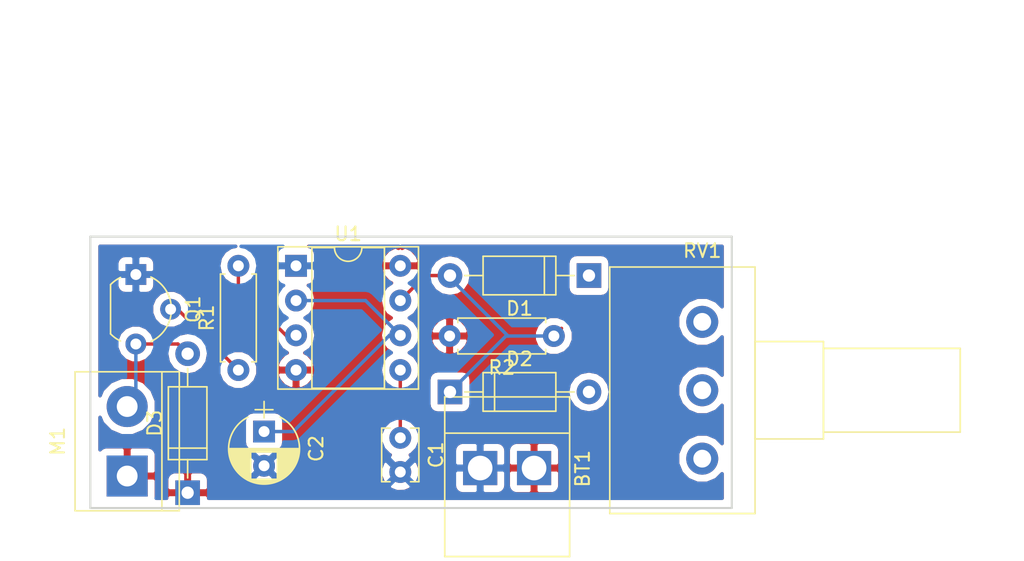
<source format=kicad_pcb>
(kicad_pcb (version 4) (host pcbnew 4.0.7-e2-6376~58~ubuntu16.04.1)

  (general
    (links 22)
    (no_connects 3)
    (area 100.483599 70.943399 147.522001 90.930801)
    (thickness 1.6)
    (drawings 4)
    (tracks 25)
    (zones 0)
    (modules 12)
    (nets 11)
  )

  (page A4)
  (layers
    (0 F.Cu signal)
    (31 B.Cu signal)
    (32 B.Adhes user)
    (33 F.Adhes user)
    (34 B.Paste user)
    (35 F.Paste user)
    (36 B.SilkS user)
    (37 F.SilkS user)
    (38 B.Mask user)
    (39 F.Mask user)
    (40 Dwgs.User user)
    (41 Cmts.User user)
    (42 Eco1.User user)
    (43 Eco2.User user)
    (44 Edge.Cuts user)
    (45 Margin user)
    (46 B.CrtYd user)
    (47 F.CrtYd user)
    (48 B.Fab user)
    (49 F.Fab user)
  )

  (setup
    (last_trace_width 0.25)
    (trace_clearance 0.2)
    (zone_clearance 0.508)
    (zone_45_only no)
    (trace_min 0.2)
    (segment_width 0.2)
    (edge_width 0.15)
    (via_size 0.6)
    (via_drill 0.4)
    (via_min_size 0.4)
    (via_min_drill 0.3)
    (uvia_size 0.3)
    (uvia_drill 0.1)
    (uvias_allowed no)
    (uvia_min_size 0.2)
    (uvia_min_drill 0.1)
    (pcb_text_width 0.3)
    (pcb_text_size 1.5 1.5)
    (mod_edge_width 0.15)
    (mod_text_size 1 1)
    (mod_text_width 0.15)
    (pad_size 1.524 1.524)
    (pad_drill 0.762)
    (pad_to_mask_clearance 0.2)
    (aux_axis_origin 0 0)
    (visible_elements FFFFFF7F)
    (pcbplotparams
      (layerselection 0x00030_80000001)
      (usegerberextensions false)
      (excludeedgelayer true)
      (linewidth 0.100000)
      (plotframeref false)
      (viasonmask false)
      (mode 1)
      (useauxorigin false)
      (hpglpennumber 1)
      (hpglpenspeed 20)
      (hpglpendiameter 15)
      (hpglpenoverlay 2)
      (psnegative false)
      (psa4output false)
      (plotreference true)
      (plotvalue true)
      (plotinvisibletext false)
      (padsonsilk false)
      (subtractmaskfromsilk false)
      (outputformat 1)
      (mirror false)
      (drillshape 1)
      (scaleselection 1)
      (outputdirectory ""))
  )

  (net 0 "")
  (net 1 "Net-(C1-Pad1)")
  (net 2 "Net-(BT1-Pad2)")
  (net 3 "Net-(C2-Pad1)")
  (net 4 "Net-(D1-Pad1)")
  (net 5 "Net-(D1-Pad2)")
  (net 6 "Net-(D2-Pad2)")
  (net 7 "Net-(BT1-Pad1)")
  (net 8 "Net-(D3-Pad2)")
  (net 9 "Net-(R1-Pad2)")
  (net 10 "Net-(Q1-Pad2)")

  (net_class Default "This is the default net class."
    (clearance 0.2)
    (trace_width 0.25)
    (via_dia 0.6)
    (via_drill 0.4)
    (uvia_dia 0.3)
    (uvia_drill 0.1)
    (add_net "Net-(BT1-Pad1)")
    (add_net "Net-(BT1-Pad2)")
    (add_net "Net-(C1-Pad1)")
    (add_net "Net-(C2-Pad1)")
    (add_net "Net-(D1-Pad1)")
    (add_net "Net-(D1-Pad2)")
    (add_net "Net-(D2-Pad2)")
    (add_net "Net-(D3-Pad2)")
    (add_net "Net-(Q1-Pad2)")
    (add_net "Net-(R1-Pad2)")
  )

  (module Housings_DIP:DIP-8_W7.62mm_Socket (layer F.Cu) (tedit 59C78D6B) (tstamp 5A5FD74B)
    (at 115.5954 73.152)
    (descr "8-lead though-hole mounted DIP package, row spacing 7.62 mm (300 mils), Socket")
    (tags "THT DIP DIL PDIP 2.54mm 7.62mm 300mil Socket")
    (path /5A5FD33F)
    (fp_text reference U1 (at 3.81 -2.33) (layer F.SilkS)
      (effects (font (size 1 1) (thickness 0.15)))
    )
    (fp_text value NE555 (at 3.81 9.95) (layer F.Fab)
      (effects (font (size 1 1) (thickness 0.15)))
    )
    (fp_arc (start 3.81 -1.33) (end 2.81 -1.33) (angle -180) (layer F.SilkS) (width 0.12))
    (fp_line (start 1.635 -1.27) (end 6.985 -1.27) (layer F.Fab) (width 0.1))
    (fp_line (start 6.985 -1.27) (end 6.985 8.89) (layer F.Fab) (width 0.1))
    (fp_line (start 6.985 8.89) (end 0.635 8.89) (layer F.Fab) (width 0.1))
    (fp_line (start 0.635 8.89) (end 0.635 -0.27) (layer F.Fab) (width 0.1))
    (fp_line (start 0.635 -0.27) (end 1.635 -1.27) (layer F.Fab) (width 0.1))
    (fp_line (start -1.27 -1.33) (end -1.27 8.95) (layer F.Fab) (width 0.1))
    (fp_line (start -1.27 8.95) (end 8.89 8.95) (layer F.Fab) (width 0.1))
    (fp_line (start 8.89 8.95) (end 8.89 -1.33) (layer F.Fab) (width 0.1))
    (fp_line (start 8.89 -1.33) (end -1.27 -1.33) (layer F.Fab) (width 0.1))
    (fp_line (start 2.81 -1.33) (end 1.16 -1.33) (layer F.SilkS) (width 0.12))
    (fp_line (start 1.16 -1.33) (end 1.16 8.95) (layer F.SilkS) (width 0.12))
    (fp_line (start 1.16 8.95) (end 6.46 8.95) (layer F.SilkS) (width 0.12))
    (fp_line (start 6.46 8.95) (end 6.46 -1.33) (layer F.SilkS) (width 0.12))
    (fp_line (start 6.46 -1.33) (end 4.81 -1.33) (layer F.SilkS) (width 0.12))
    (fp_line (start -1.33 -1.39) (end -1.33 9.01) (layer F.SilkS) (width 0.12))
    (fp_line (start -1.33 9.01) (end 8.95 9.01) (layer F.SilkS) (width 0.12))
    (fp_line (start 8.95 9.01) (end 8.95 -1.39) (layer F.SilkS) (width 0.12))
    (fp_line (start 8.95 -1.39) (end -1.33 -1.39) (layer F.SilkS) (width 0.12))
    (fp_line (start -1.55 -1.6) (end -1.55 9.2) (layer F.CrtYd) (width 0.05))
    (fp_line (start -1.55 9.2) (end 9.15 9.2) (layer F.CrtYd) (width 0.05))
    (fp_line (start 9.15 9.2) (end 9.15 -1.6) (layer F.CrtYd) (width 0.05))
    (fp_line (start 9.15 -1.6) (end -1.55 -1.6) (layer F.CrtYd) (width 0.05))
    (fp_text user %R (at 3.81 3.81) (layer F.Fab)
      (effects (font (size 1 1) (thickness 0.15)))
    )
    (pad 1 thru_hole rect (at 0 0) (size 1.6 1.6) (drill 0.8) (layers *.Cu *.Mask)
      (net 2 "Net-(BT1-Pad2)"))
    (pad 5 thru_hole oval (at 7.62 7.62) (size 1.6 1.6) (drill 0.8) (layers *.Cu *.Mask)
      (net 1 "Net-(C1-Pad1)"))
    (pad 2 thru_hole oval (at 0 2.54) (size 1.6 1.6) (drill 0.8) (layers *.Cu *.Mask)
      (net 3 "Net-(C2-Pad1)"))
    (pad 6 thru_hole oval (at 7.62 5.08) (size 1.6 1.6) (drill 0.8) (layers *.Cu *.Mask)
      (net 3 "Net-(C2-Pad1)"))
    (pad 3 thru_hole oval (at 0 5.08) (size 1.6 1.6) (drill 0.8) (layers *.Cu *.Mask)
      (net 9 "Net-(R1-Pad2)"))
    (pad 7 thru_hole oval (at 7.62 2.54) (size 1.6 1.6) (drill 0.8) (layers *.Cu *.Mask)
      (net 5 "Net-(D1-Pad2)"))
    (pad 4 thru_hole oval (at 0 7.62) (size 1.6 1.6) (drill 0.8) (layers *.Cu *.Mask)
      (net 7 "Net-(BT1-Pad1)"))
    (pad 8 thru_hole oval (at 7.62 0) (size 1.6 1.6) (drill 0.8) (layers *.Cu *.Mask)
      (net 7 "Net-(BT1-Pad1)"))
    (model ${KISYS3DMOD}/Housings_DIP.3dshapes/DIP-8_W7.62mm_Socket.wrl
      (at (xyz 0 0 0))
      (scale (xyz 1 1 1))
      (rotate (xyz 0 0 0))
    )
  )

  (module Capacitors_THT:C_Disc_D3.8mm_W2.6mm_P2.50mm (layer F.Cu) (tedit 597BC7C2) (tstamp 5A5FD707)
    (at 123.2154 85.725 270)
    (descr "C, Disc series, Radial, pin pitch=2.50mm, , diameter*width=3.8*2.6mm^2, Capacitor, http://www.vishay.com/docs/45233/krseries.pdf")
    (tags "C Disc series Radial pin pitch 2.50mm  diameter 3.8mm width 2.6mm Capacitor")
    (path /5A5FD659)
    (fp_text reference C1 (at 1.25 -2.61 270) (layer F.SilkS)
      (effects (font (size 1 1) (thickness 0.15)))
    )
    (fp_text value C (at 1.25 2.61 270) (layer F.Fab)
      (effects (font (size 1 1) (thickness 0.15)))
    )
    (fp_line (start -0.65 -1.3) (end -0.65 1.3) (layer F.Fab) (width 0.1))
    (fp_line (start -0.65 1.3) (end 3.15 1.3) (layer F.Fab) (width 0.1))
    (fp_line (start 3.15 1.3) (end 3.15 -1.3) (layer F.Fab) (width 0.1))
    (fp_line (start 3.15 -1.3) (end -0.65 -1.3) (layer F.Fab) (width 0.1))
    (fp_line (start -0.71 -1.36) (end 3.21 -1.36) (layer F.SilkS) (width 0.12))
    (fp_line (start -0.71 1.36) (end 3.21 1.36) (layer F.SilkS) (width 0.12))
    (fp_line (start -0.71 -1.36) (end -0.71 -0.75) (layer F.SilkS) (width 0.12))
    (fp_line (start -0.71 0.75) (end -0.71 1.36) (layer F.SilkS) (width 0.12))
    (fp_line (start 3.21 -1.36) (end 3.21 -0.75) (layer F.SilkS) (width 0.12))
    (fp_line (start 3.21 0.75) (end 3.21 1.36) (layer F.SilkS) (width 0.12))
    (fp_line (start -1.05 -1.65) (end -1.05 1.65) (layer F.CrtYd) (width 0.05))
    (fp_line (start -1.05 1.65) (end 3.55 1.65) (layer F.CrtYd) (width 0.05))
    (fp_line (start 3.55 1.65) (end 3.55 -1.65) (layer F.CrtYd) (width 0.05))
    (fp_line (start 3.55 -1.65) (end -1.05 -1.65) (layer F.CrtYd) (width 0.05))
    (fp_text user %R (at 1.25 0 270) (layer F.Fab)
      (effects (font (size 1 1) (thickness 0.15)))
    )
    (pad 1 thru_hole circle (at 0 0 270) (size 1.6 1.6) (drill 0.8) (layers *.Cu *.Mask)
      (net 1 "Net-(C1-Pad1)"))
    (pad 2 thru_hole circle (at 2.5 0 270) (size 1.6 1.6) (drill 0.8) (layers *.Cu *.Mask)
      (net 2 "Net-(BT1-Pad2)"))
    (model ${KISYS3DMOD}/Capacitors_THT.3dshapes/C_Disc_D3.8mm_W2.6mm_P2.50mm.wrl
      (at (xyz 0 0 0))
      (scale (xyz 1 1 1))
      (rotate (xyz 0 0 0))
    )
  )

  (module Capacitors_THT:CP_Radial_D5.0mm_P2.50mm (layer F.Cu) (tedit 597BC7C2) (tstamp 5A5FD70D)
    (at 113.2586 85.2678 270)
    (descr "CP, Radial series, Radial, pin pitch=2.50mm, , diameter=5mm, Electrolytic Capacitor")
    (tags "CP Radial series Radial pin pitch 2.50mm  diameter 5mm Electrolytic Capacitor")
    (path /5A5FD6AA)
    (fp_text reference C2 (at 1.25 -3.81 270) (layer F.SilkS)
      (effects (font (size 1 1) (thickness 0.15)))
    )
    (fp_text value CP (at 1.25 3.81 270) (layer F.Fab)
      (effects (font (size 1 1) (thickness 0.15)))
    )
    (fp_arc (start 1.25 0) (end -1.05558 -1.18) (angle 125.8) (layer F.SilkS) (width 0.12))
    (fp_arc (start 1.25 0) (end -1.05558 1.18) (angle -125.8) (layer F.SilkS) (width 0.12))
    (fp_arc (start 1.25 0) (end 3.55558 -1.18) (angle 54.2) (layer F.SilkS) (width 0.12))
    (fp_circle (center 1.25 0) (end 3.75 0) (layer F.Fab) (width 0.1))
    (fp_line (start -2.2 0) (end -1 0) (layer F.Fab) (width 0.1))
    (fp_line (start -1.6 -0.65) (end -1.6 0.65) (layer F.Fab) (width 0.1))
    (fp_line (start 1.25 -2.55) (end 1.25 2.55) (layer F.SilkS) (width 0.12))
    (fp_line (start 1.29 -2.55) (end 1.29 2.55) (layer F.SilkS) (width 0.12))
    (fp_line (start 1.33 -2.549) (end 1.33 2.549) (layer F.SilkS) (width 0.12))
    (fp_line (start 1.37 -2.548) (end 1.37 2.548) (layer F.SilkS) (width 0.12))
    (fp_line (start 1.41 -2.546) (end 1.41 2.546) (layer F.SilkS) (width 0.12))
    (fp_line (start 1.45 -2.543) (end 1.45 2.543) (layer F.SilkS) (width 0.12))
    (fp_line (start 1.49 -2.539) (end 1.49 2.539) (layer F.SilkS) (width 0.12))
    (fp_line (start 1.53 -2.535) (end 1.53 -0.98) (layer F.SilkS) (width 0.12))
    (fp_line (start 1.53 0.98) (end 1.53 2.535) (layer F.SilkS) (width 0.12))
    (fp_line (start 1.57 -2.531) (end 1.57 -0.98) (layer F.SilkS) (width 0.12))
    (fp_line (start 1.57 0.98) (end 1.57 2.531) (layer F.SilkS) (width 0.12))
    (fp_line (start 1.61 -2.525) (end 1.61 -0.98) (layer F.SilkS) (width 0.12))
    (fp_line (start 1.61 0.98) (end 1.61 2.525) (layer F.SilkS) (width 0.12))
    (fp_line (start 1.65 -2.519) (end 1.65 -0.98) (layer F.SilkS) (width 0.12))
    (fp_line (start 1.65 0.98) (end 1.65 2.519) (layer F.SilkS) (width 0.12))
    (fp_line (start 1.69 -2.513) (end 1.69 -0.98) (layer F.SilkS) (width 0.12))
    (fp_line (start 1.69 0.98) (end 1.69 2.513) (layer F.SilkS) (width 0.12))
    (fp_line (start 1.73 -2.506) (end 1.73 -0.98) (layer F.SilkS) (width 0.12))
    (fp_line (start 1.73 0.98) (end 1.73 2.506) (layer F.SilkS) (width 0.12))
    (fp_line (start 1.77 -2.498) (end 1.77 -0.98) (layer F.SilkS) (width 0.12))
    (fp_line (start 1.77 0.98) (end 1.77 2.498) (layer F.SilkS) (width 0.12))
    (fp_line (start 1.81 -2.489) (end 1.81 -0.98) (layer F.SilkS) (width 0.12))
    (fp_line (start 1.81 0.98) (end 1.81 2.489) (layer F.SilkS) (width 0.12))
    (fp_line (start 1.85 -2.48) (end 1.85 -0.98) (layer F.SilkS) (width 0.12))
    (fp_line (start 1.85 0.98) (end 1.85 2.48) (layer F.SilkS) (width 0.12))
    (fp_line (start 1.89 -2.47) (end 1.89 -0.98) (layer F.SilkS) (width 0.12))
    (fp_line (start 1.89 0.98) (end 1.89 2.47) (layer F.SilkS) (width 0.12))
    (fp_line (start 1.93 -2.46) (end 1.93 -0.98) (layer F.SilkS) (width 0.12))
    (fp_line (start 1.93 0.98) (end 1.93 2.46) (layer F.SilkS) (width 0.12))
    (fp_line (start 1.971 -2.448) (end 1.971 -0.98) (layer F.SilkS) (width 0.12))
    (fp_line (start 1.971 0.98) (end 1.971 2.448) (layer F.SilkS) (width 0.12))
    (fp_line (start 2.011 -2.436) (end 2.011 -0.98) (layer F.SilkS) (width 0.12))
    (fp_line (start 2.011 0.98) (end 2.011 2.436) (layer F.SilkS) (width 0.12))
    (fp_line (start 2.051 -2.424) (end 2.051 -0.98) (layer F.SilkS) (width 0.12))
    (fp_line (start 2.051 0.98) (end 2.051 2.424) (layer F.SilkS) (width 0.12))
    (fp_line (start 2.091 -2.41) (end 2.091 -0.98) (layer F.SilkS) (width 0.12))
    (fp_line (start 2.091 0.98) (end 2.091 2.41) (layer F.SilkS) (width 0.12))
    (fp_line (start 2.131 -2.396) (end 2.131 -0.98) (layer F.SilkS) (width 0.12))
    (fp_line (start 2.131 0.98) (end 2.131 2.396) (layer F.SilkS) (width 0.12))
    (fp_line (start 2.171 -2.382) (end 2.171 -0.98) (layer F.SilkS) (width 0.12))
    (fp_line (start 2.171 0.98) (end 2.171 2.382) (layer F.SilkS) (width 0.12))
    (fp_line (start 2.211 -2.366) (end 2.211 -0.98) (layer F.SilkS) (width 0.12))
    (fp_line (start 2.211 0.98) (end 2.211 2.366) (layer F.SilkS) (width 0.12))
    (fp_line (start 2.251 -2.35) (end 2.251 -0.98) (layer F.SilkS) (width 0.12))
    (fp_line (start 2.251 0.98) (end 2.251 2.35) (layer F.SilkS) (width 0.12))
    (fp_line (start 2.291 -2.333) (end 2.291 -0.98) (layer F.SilkS) (width 0.12))
    (fp_line (start 2.291 0.98) (end 2.291 2.333) (layer F.SilkS) (width 0.12))
    (fp_line (start 2.331 -2.315) (end 2.331 -0.98) (layer F.SilkS) (width 0.12))
    (fp_line (start 2.331 0.98) (end 2.331 2.315) (layer F.SilkS) (width 0.12))
    (fp_line (start 2.371 -2.296) (end 2.371 -0.98) (layer F.SilkS) (width 0.12))
    (fp_line (start 2.371 0.98) (end 2.371 2.296) (layer F.SilkS) (width 0.12))
    (fp_line (start 2.411 -2.276) (end 2.411 -0.98) (layer F.SilkS) (width 0.12))
    (fp_line (start 2.411 0.98) (end 2.411 2.276) (layer F.SilkS) (width 0.12))
    (fp_line (start 2.451 -2.256) (end 2.451 -0.98) (layer F.SilkS) (width 0.12))
    (fp_line (start 2.451 0.98) (end 2.451 2.256) (layer F.SilkS) (width 0.12))
    (fp_line (start 2.491 -2.234) (end 2.491 -0.98) (layer F.SilkS) (width 0.12))
    (fp_line (start 2.491 0.98) (end 2.491 2.234) (layer F.SilkS) (width 0.12))
    (fp_line (start 2.531 -2.212) (end 2.531 -0.98) (layer F.SilkS) (width 0.12))
    (fp_line (start 2.531 0.98) (end 2.531 2.212) (layer F.SilkS) (width 0.12))
    (fp_line (start 2.571 -2.189) (end 2.571 -0.98) (layer F.SilkS) (width 0.12))
    (fp_line (start 2.571 0.98) (end 2.571 2.189) (layer F.SilkS) (width 0.12))
    (fp_line (start 2.611 -2.165) (end 2.611 -0.98) (layer F.SilkS) (width 0.12))
    (fp_line (start 2.611 0.98) (end 2.611 2.165) (layer F.SilkS) (width 0.12))
    (fp_line (start 2.651 -2.14) (end 2.651 -0.98) (layer F.SilkS) (width 0.12))
    (fp_line (start 2.651 0.98) (end 2.651 2.14) (layer F.SilkS) (width 0.12))
    (fp_line (start 2.691 -2.113) (end 2.691 -0.98) (layer F.SilkS) (width 0.12))
    (fp_line (start 2.691 0.98) (end 2.691 2.113) (layer F.SilkS) (width 0.12))
    (fp_line (start 2.731 -2.086) (end 2.731 -0.98) (layer F.SilkS) (width 0.12))
    (fp_line (start 2.731 0.98) (end 2.731 2.086) (layer F.SilkS) (width 0.12))
    (fp_line (start 2.771 -2.058) (end 2.771 -0.98) (layer F.SilkS) (width 0.12))
    (fp_line (start 2.771 0.98) (end 2.771 2.058) (layer F.SilkS) (width 0.12))
    (fp_line (start 2.811 -2.028) (end 2.811 -0.98) (layer F.SilkS) (width 0.12))
    (fp_line (start 2.811 0.98) (end 2.811 2.028) (layer F.SilkS) (width 0.12))
    (fp_line (start 2.851 -1.997) (end 2.851 -0.98) (layer F.SilkS) (width 0.12))
    (fp_line (start 2.851 0.98) (end 2.851 1.997) (layer F.SilkS) (width 0.12))
    (fp_line (start 2.891 -1.965) (end 2.891 -0.98) (layer F.SilkS) (width 0.12))
    (fp_line (start 2.891 0.98) (end 2.891 1.965) (layer F.SilkS) (width 0.12))
    (fp_line (start 2.931 -1.932) (end 2.931 -0.98) (layer F.SilkS) (width 0.12))
    (fp_line (start 2.931 0.98) (end 2.931 1.932) (layer F.SilkS) (width 0.12))
    (fp_line (start 2.971 -1.897) (end 2.971 -0.98) (layer F.SilkS) (width 0.12))
    (fp_line (start 2.971 0.98) (end 2.971 1.897) (layer F.SilkS) (width 0.12))
    (fp_line (start 3.011 -1.861) (end 3.011 -0.98) (layer F.SilkS) (width 0.12))
    (fp_line (start 3.011 0.98) (end 3.011 1.861) (layer F.SilkS) (width 0.12))
    (fp_line (start 3.051 -1.823) (end 3.051 -0.98) (layer F.SilkS) (width 0.12))
    (fp_line (start 3.051 0.98) (end 3.051 1.823) (layer F.SilkS) (width 0.12))
    (fp_line (start 3.091 -1.783) (end 3.091 -0.98) (layer F.SilkS) (width 0.12))
    (fp_line (start 3.091 0.98) (end 3.091 1.783) (layer F.SilkS) (width 0.12))
    (fp_line (start 3.131 -1.742) (end 3.131 -0.98) (layer F.SilkS) (width 0.12))
    (fp_line (start 3.131 0.98) (end 3.131 1.742) (layer F.SilkS) (width 0.12))
    (fp_line (start 3.171 -1.699) (end 3.171 -0.98) (layer F.SilkS) (width 0.12))
    (fp_line (start 3.171 0.98) (end 3.171 1.699) (layer F.SilkS) (width 0.12))
    (fp_line (start 3.211 -1.654) (end 3.211 -0.98) (layer F.SilkS) (width 0.12))
    (fp_line (start 3.211 0.98) (end 3.211 1.654) (layer F.SilkS) (width 0.12))
    (fp_line (start 3.251 -1.606) (end 3.251 -0.98) (layer F.SilkS) (width 0.12))
    (fp_line (start 3.251 0.98) (end 3.251 1.606) (layer F.SilkS) (width 0.12))
    (fp_line (start 3.291 -1.556) (end 3.291 -0.98) (layer F.SilkS) (width 0.12))
    (fp_line (start 3.291 0.98) (end 3.291 1.556) (layer F.SilkS) (width 0.12))
    (fp_line (start 3.331 -1.504) (end 3.331 -0.98) (layer F.SilkS) (width 0.12))
    (fp_line (start 3.331 0.98) (end 3.331 1.504) (layer F.SilkS) (width 0.12))
    (fp_line (start 3.371 -1.448) (end 3.371 -0.98) (layer F.SilkS) (width 0.12))
    (fp_line (start 3.371 0.98) (end 3.371 1.448) (layer F.SilkS) (width 0.12))
    (fp_line (start 3.411 -1.39) (end 3.411 -0.98) (layer F.SilkS) (width 0.12))
    (fp_line (start 3.411 0.98) (end 3.411 1.39) (layer F.SilkS) (width 0.12))
    (fp_line (start 3.451 -1.327) (end 3.451 -0.98) (layer F.SilkS) (width 0.12))
    (fp_line (start 3.451 0.98) (end 3.451 1.327) (layer F.SilkS) (width 0.12))
    (fp_line (start 3.491 -1.261) (end 3.491 1.261) (layer F.SilkS) (width 0.12))
    (fp_line (start 3.531 -1.189) (end 3.531 1.189) (layer F.SilkS) (width 0.12))
    (fp_line (start 3.571 -1.112) (end 3.571 1.112) (layer F.SilkS) (width 0.12))
    (fp_line (start 3.611 -1.028) (end 3.611 1.028) (layer F.SilkS) (width 0.12))
    (fp_line (start 3.651 -0.934) (end 3.651 0.934) (layer F.SilkS) (width 0.12))
    (fp_line (start 3.691 -0.829) (end 3.691 0.829) (layer F.SilkS) (width 0.12))
    (fp_line (start 3.731 -0.707) (end 3.731 0.707) (layer F.SilkS) (width 0.12))
    (fp_line (start 3.771 -0.559) (end 3.771 0.559) (layer F.SilkS) (width 0.12))
    (fp_line (start 3.811 -0.354) (end 3.811 0.354) (layer F.SilkS) (width 0.12))
    (fp_line (start -2.2 0) (end -1 0) (layer F.SilkS) (width 0.12))
    (fp_line (start -1.6 -0.65) (end -1.6 0.65) (layer F.SilkS) (width 0.12))
    (fp_line (start -1.6 -2.85) (end -1.6 2.85) (layer F.CrtYd) (width 0.05))
    (fp_line (start -1.6 2.85) (end 4.1 2.85) (layer F.CrtYd) (width 0.05))
    (fp_line (start 4.1 2.85) (end 4.1 -2.85) (layer F.CrtYd) (width 0.05))
    (fp_line (start 4.1 -2.85) (end -1.6 -2.85) (layer F.CrtYd) (width 0.05))
    (fp_text user %R (at 1.25 0 270) (layer F.Fab)
      (effects (font (size 1 1) (thickness 0.15)))
    )
    (pad 1 thru_hole rect (at 0 0 270) (size 1.6 1.6) (drill 0.8) (layers *.Cu *.Mask)
      (net 3 "Net-(C2-Pad1)"))
    (pad 2 thru_hole circle (at 2.5 0 270) (size 1.6 1.6) (drill 0.8) (layers *.Cu *.Mask)
      (net 2 "Net-(BT1-Pad2)"))
    (model ${KISYS3DMOD}/Capacitors_THT.3dshapes/CP_Radial_D5.0mm_P2.50mm.wrl
      (at (xyz 0 0 0))
      (scale (xyz 1 1 1))
      (rotate (xyz 0 0 0))
    )
  )

  (module Connectors_Terminal_Blocks:TerminalBlock_bornier-2_P5.08mm (layer F.Cu) (tedit 59FF03AB) (tstamp 5A5FD725)
    (at 103.251 88.519 90)
    (descr "simple 2-pin terminal block, pitch 5.08mm, revamped version of bornier2")
    (tags "terminal block bornier2")
    (path /5A5FD8EC)
    (fp_text reference M1 (at 2.54 -5.08 90) (layer F.SilkS)
      (effects (font (size 1 1) (thickness 0.15)))
    )
    (fp_text value Motor_DC (at 2.54 5.08 90) (layer F.Fab)
      (effects (font (size 1 1) (thickness 0.15)))
    )
    (fp_text user %R (at 2.54 0 90) (layer F.Fab)
      (effects (font (size 1 1) (thickness 0.15)))
    )
    (fp_line (start -2.41 2.55) (end 7.49 2.55) (layer F.Fab) (width 0.1))
    (fp_line (start -2.46 -3.75) (end -2.46 3.75) (layer F.Fab) (width 0.1))
    (fp_line (start -2.46 3.75) (end 7.54 3.75) (layer F.Fab) (width 0.1))
    (fp_line (start 7.54 3.75) (end 7.54 -3.75) (layer F.Fab) (width 0.1))
    (fp_line (start 7.54 -3.75) (end -2.46 -3.75) (layer F.Fab) (width 0.1))
    (fp_line (start 7.62 2.54) (end -2.54 2.54) (layer F.SilkS) (width 0.12))
    (fp_line (start 7.62 3.81) (end 7.62 -3.81) (layer F.SilkS) (width 0.12))
    (fp_line (start 7.62 -3.81) (end -2.54 -3.81) (layer F.SilkS) (width 0.12))
    (fp_line (start -2.54 -3.81) (end -2.54 3.81) (layer F.SilkS) (width 0.12))
    (fp_line (start -2.54 3.81) (end 7.62 3.81) (layer F.SilkS) (width 0.12))
    (fp_line (start -2.71 -4) (end 7.79 -4) (layer F.CrtYd) (width 0.05))
    (fp_line (start -2.71 -4) (end -2.71 4) (layer F.CrtYd) (width 0.05))
    (fp_line (start 7.79 4) (end 7.79 -4) (layer F.CrtYd) (width 0.05))
    (fp_line (start 7.79 4) (end -2.71 4) (layer F.CrtYd) (width 0.05))
    (pad 1 thru_hole rect (at 0 0 90) (size 3 3) (drill 1.52) (layers *.Cu *.Mask)
      (net 7 "Net-(BT1-Pad1)"))
    (pad 2 thru_hole circle (at 5.08 0 90) (size 3 3) (drill 1.52) (layers *.Cu *.Mask)
      (net 8 "Net-(D3-Pad2)"))
    (model ${KISYS3DMOD}/Terminal_Blocks.3dshapes/TerminalBlock_bornier-2_P5.08mm.wrl
      (at (xyz 0.1 0 0))
      (scale (xyz 1 1 1))
      (rotate (xyz 0 0 0))
    )
  )

  (module TO_SOT_Packages_THT:TO-92_Molded_Wide (layer F.Cu) (tedit 58CE52AF) (tstamp 5A5FD72C)
    (at 103.886 73.787 270)
    (descr "TO-92 leads molded, wide, drill 0.8mm (see NXP sot054_po.pdf)")
    (tags "to-92 sc-43 sc-43a sot54 PA33 transistor")
    (path /5A625AE4)
    (fp_text reference Q1 (at 2.54 -4.19 450) (layer F.SilkS)
      (effects (font (size 1 1) (thickness 0.15)))
    )
    (fp_text value PN2222A (at 2.54 2.79 270) (layer F.Fab)
      (effects (font (size 1 1) (thickness 0.15)))
    )
    (fp_text user %R (at 2.54 -4.19 450) (layer F.Fab)
      (effects (font (size 1 1) (thickness 0.15)))
    )
    (fp_line (start 0.74 1.85) (end 4.34 1.85) (layer F.SilkS) (width 0.12))
    (fp_line (start 0.8 1.75) (end 4.3 1.75) (layer F.Fab) (width 0.1))
    (fp_line (start -1.01 -3.55) (end 6.09 -3.55) (layer F.CrtYd) (width 0.05))
    (fp_line (start -1.01 -3.55) (end -1.01 2.01) (layer F.CrtYd) (width 0.05))
    (fp_line (start 6.09 2.01) (end 6.09 -3.55) (layer F.CrtYd) (width 0.05))
    (fp_line (start 6.09 2.01) (end -1.01 2.01) (layer F.CrtYd) (width 0.05))
    (fp_arc (start 2.54 0) (end 0.74 1.85) (angle 20) (layer F.SilkS) (width 0.12))
    (fp_arc (start 2.54 0) (end 2.54 -2.6) (angle -65) (layer F.SilkS) (width 0.12))
    (fp_arc (start 2.54 0) (end 2.54 -2.6) (angle 65) (layer F.SilkS) (width 0.12))
    (fp_arc (start 2.54 0) (end 2.54 -2.48) (angle 135) (layer F.Fab) (width 0.1))
    (fp_arc (start 2.54 0) (end 2.54 -2.48) (angle -135) (layer F.Fab) (width 0.1))
    (fp_arc (start 2.54 0) (end 4.34 1.85) (angle -20) (layer F.SilkS) (width 0.12))
    (pad 2 thru_hole circle (at 2.54 -2.54) (size 1.52 1.52) (drill 0.8) (layers *.Cu *.Mask)
      (net 10 "Net-(Q1-Pad2)"))
    (pad 3 thru_hole circle (at 5.08 0) (size 1.52 1.52) (drill 0.8) (layers *.Cu *.Mask)
      (net 8 "Net-(D3-Pad2)"))
    (pad 1 thru_hole rect (at 0 0) (size 1.52 1.52) (drill 0.8) (layers *.Cu *.Mask)
      (net 2 "Net-(BT1-Pad2)"))
    (model ${KISYS3DMOD}/TO_SOT_Packages_THT.3dshapes/TO-92_Molded_Wide.wrl
      (at (xyz 0.1 0 0))
      (scale (xyz 1 1 1))
      (rotate (xyz 0 0 -90))
    )
  )

  (module Resistors_THT:R_Axial_DIN0207_L6.3mm_D2.5mm_P7.62mm_Horizontal (layer F.Cu) (tedit 5874F706) (tstamp 5A5FD732)
    (at 111.379 80.772 90)
    (descr "Resistor, Axial_DIN0207 series, Axial, Horizontal, pin pitch=7.62mm, 0.25W = 1/4W, length*diameter=6.3*2.5mm^2, http://cdn-reichelt.de/documents/datenblatt/B400/1_4W%23YAG.pdf")
    (tags "Resistor Axial_DIN0207 series Axial Horizontal pin pitch 7.62mm 0.25W = 1/4W length 6.3mm diameter 2.5mm")
    (path /5A5FD424)
    (fp_text reference R1 (at 3.81 -2.31 90) (layer F.SilkS)
      (effects (font (size 1 1) (thickness 0.15)))
    )
    (fp_text value R (at 3.81 2.31 90) (layer F.Fab)
      (effects (font (size 1 1) (thickness 0.15)))
    )
    (fp_line (start 0.66 -1.25) (end 0.66 1.25) (layer F.Fab) (width 0.1))
    (fp_line (start 0.66 1.25) (end 6.96 1.25) (layer F.Fab) (width 0.1))
    (fp_line (start 6.96 1.25) (end 6.96 -1.25) (layer F.Fab) (width 0.1))
    (fp_line (start 6.96 -1.25) (end 0.66 -1.25) (layer F.Fab) (width 0.1))
    (fp_line (start 0 0) (end 0.66 0) (layer F.Fab) (width 0.1))
    (fp_line (start 7.62 0) (end 6.96 0) (layer F.Fab) (width 0.1))
    (fp_line (start 0.6 -0.98) (end 0.6 -1.31) (layer F.SilkS) (width 0.12))
    (fp_line (start 0.6 -1.31) (end 7.02 -1.31) (layer F.SilkS) (width 0.12))
    (fp_line (start 7.02 -1.31) (end 7.02 -0.98) (layer F.SilkS) (width 0.12))
    (fp_line (start 0.6 0.98) (end 0.6 1.31) (layer F.SilkS) (width 0.12))
    (fp_line (start 0.6 1.31) (end 7.02 1.31) (layer F.SilkS) (width 0.12))
    (fp_line (start 7.02 1.31) (end 7.02 0.98) (layer F.SilkS) (width 0.12))
    (fp_line (start -1.05 -1.6) (end -1.05 1.6) (layer F.CrtYd) (width 0.05))
    (fp_line (start -1.05 1.6) (end 8.7 1.6) (layer F.CrtYd) (width 0.05))
    (fp_line (start 8.7 1.6) (end 8.7 -1.6) (layer F.CrtYd) (width 0.05))
    (fp_line (start 8.7 -1.6) (end -1.05 -1.6) (layer F.CrtYd) (width 0.05))
    (pad 1 thru_hole circle (at 0 0 90) (size 1.6 1.6) (drill 0.8) (layers *.Cu *.Mask)
      (net 10 "Net-(Q1-Pad2)"))
    (pad 2 thru_hole oval (at 7.62 0 90) (size 1.6 1.6) (drill 0.8) (layers *.Cu *.Mask)
      (net 9 "Net-(R1-Pad2)"))
    (model ${KISYS3DMOD}/Resistors_THT.3dshapes/R_Axial_DIN0207_L6.3mm_D2.5mm_P7.62mm_Horizontal.wrl
      (at (xyz 0 0 0))
      (scale (xyz 0.393701 0.393701 0.393701))
      (rotate (xyz 0 0 0))
    )
  )

  (module Resistors_THT:R_Axial_DIN0207_L6.3mm_D2.5mm_P7.62mm_Horizontal (layer F.Cu) (tedit 5874F706) (tstamp 5A5FD738)
    (at 134.4422 78.2828 180)
    (descr "Resistor, Axial_DIN0207 series, Axial, Horizontal, pin pitch=7.62mm, 0.25W = 1/4W, length*diameter=6.3*2.5mm^2, http://cdn-reichelt.de/documents/datenblatt/B400/1_4W%23YAG.pdf")
    (tags "Resistor Axial_DIN0207 series Axial Horizontal pin pitch 7.62mm 0.25W = 1/4W length 6.3mm diameter 2.5mm")
    (path /5A5FD397)
    (fp_text reference R2 (at 3.81 -2.31 180) (layer F.SilkS)
      (effects (font (size 1 1) (thickness 0.15)))
    )
    (fp_text value R (at 3.81 2.31 180) (layer F.Fab)
      (effects (font (size 1 1) (thickness 0.15)))
    )
    (fp_line (start 0.66 -1.25) (end 0.66 1.25) (layer F.Fab) (width 0.1))
    (fp_line (start 0.66 1.25) (end 6.96 1.25) (layer F.Fab) (width 0.1))
    (fp_line (start 6.96 1.25) (end 6.96 -1.25) (layer F.Fab) (width 0.1))
    (fp_line (start 6.96 -1.25) (end 0.66 -1.25) (layer F.Fab) (width 0.1))
    (fp_line (start 0 0) (end 0.66 0) (layer F.Fab) (width 0.1))
    (fp_line (start 7.62 0) (end 6.96 0) (layer F.Fab) (width 0.1))
    (fp_line (start 0.6 -0.98) (end 0.6 -1.31) (layer F.SilkS) (width 0.12))
    (fp_line (start 0.6 -1.31) (end 7.02 -1.31) (layer F.SilkS) (width 0.12))
    (fp_line (start 7.02 -1.31) (end 7.02 -0.98) (layer F.SilkS) (width 0.12))
    (fp_line (start 0.6 0.98) (end 0.6 1.31) (layer F.SilkS) (width 0.12))
    (fp_line (start 0.6 1.31) (end 7.02 1.31) (layer F.SilkS) (width 0.12))
    (fp_line (start 7.02 1.31) (end 7.02 0.98) (layer F.SilkS) (width 0.12))
    (fp_line (start -1.05 -1.6) (end -1.05 1.6) (layer F.CrtYd) (width 0.05))
    (fp_line (start -1.05 1.6) (end 8.7 1.6) (layer F.CrtYd) (width 0.05))
    (fp_line (start 8.7 1.6) (end 8.7 -1.6) (layer F.CrtYd) (width 0.05))
    (fp_line (start 8.7 -1.6) (end -1.05 -1.6) (layer F.CrtYd) (width 0.05))
    (pad 1 thru_hole circle (at 0 0 180) (size 1.6 1.6) (drill 0.8) (layers *.Cu *.Mask)
      (net 5 "Net-(D1-Pad2)"))
    (pad 2 thru_hole oval (at 7.62 0 180) (size 1.6 1.6) (drill 0.8) (layers *.Cu *.Mask)
      (net 7 "Net-(BT1-Pad1)"))
    (model ${KISYS3DMOD}/Resistors_THT.3dshapes/R_Axial_DIN0207_L6.3mm_D2.5mm_P7.62mm_Horizontal.wrl
      (at (xyz 0 0 0))
      (scale (xyz 0.393701 0.393701 0.393701))
      (rotate (xyz 0 0 0))
    )
  )

  (module Potentiometers:Potentiometer_Alps_RK163_Single_Vertical (layer F.Cu) (tedit 58826D68) (tstamp 5A5FD73F)
    (at 145.288 87.249)
    (descr "Potentiometer, vertically mounted, Omeg PC16PU, Omeg PC16PU, Omeg PC16PU, Vishay/Spectrol 248GJ/249GJ Single, Vishay/Spectrol 248GJ/249GJ Single, Vishay/Spectrol 248GJ/249GJ Single, Vishay/Spectrol 248GH/249GH Single, Vishay/Spectrol 148/149 Single, Vishay/Spectrol 148/149 Single, Vishay/Spectrol 148/149 Single, Vishay/Spectrol 148A/149A Single with mounting plates, Vishay/Spectrol 148/149 Double, Vishay/Spectrol 148A/149A Double with mounting plates, Piher PC-16 Single, Piher PC-16 Single, Piher PC-16 Single, Piher PC-16SV Single, Piher PC-16 Double, Piher PC-16 Triple, Piher T16H Single, Piher T16L Single, Piher T16H Double, Alps RK163 Single, http://www.alps.com/prod/info/E/PDF/Potentiometer/MetalShaft/RK163/RK163.PDF")
    (tags "Potentiometer vertical  Omeg PC16PU  Omeg PC16PU  Omeg PC16PU  Vishay/Spectrol 248GJ/249GJ Single  Vishay/Spectrol 248GJ/249GJ Single  Vishay/Spectrol 248GJ/249GJ Single  Vishay/Spectrol 248GH/249GH Single  Vishay/Spectrol 148/149 Single  Vishay/Spectrol 148/149 Single  Vishay/Spectrol 148/149 Single  Vishay/Spectrol 148A/149A Single with mounting plates  Vishay/Spectrol 148/149 Double  Vishay/Spectrol 148A/149A Double with mounting plates  Piher PC-16 Single  Piher PC-16 Single  Piher PC-16 Single  Piher PC-16SV Single  Piher PC-16 Double  Piher PC-16 Triple  Piher T16H Single  Piher T16L Single  Piher T16H Double  Alps RK163 Single")
    (path /5A5FD4BF)
    (fp_text reference RV1 (at 0 -15.2) (layer F.SilkS)
      (effects (font (size 1 1) (thickness 0.15)))
    )
    (fp_text value POT (at 0 5.2) (layer F.Fab)
      (effects (font (size 1 1) (thickness 0.15)))
    )
    (fp_line (start -6.7 -13.95) (end -6.7 3.95) (layer F.Fab) (width 0.1))
    (fp_line (start -6.7 3.95) (end 3.8 3.95) (layer F.Fab) (width 0.1))
    (fp_line (start 3.8 3.95) (end 3.8 -13.95) (layer F.Fab) (width 0.1))
    (fp_line (start 3.8 -13.95) (end -6.7 -13.95) (layer F.Fab) (width 0.1))
    (fp_line (start 3.8 -8.5) (end 3.8 -1.5) (layer F.Fab) (width 0.1))
    (fp_line (start 3.8 -1.5) (end 8.8 -1.5) (layer F.Fab) (width 0.1))
    (fp_line (start 8.8 -1.5) (end 8.8 -8.5) (layer F.Fab) (width 0.1))
    (fp_line (start 8.8 -8.5) (end 3.8 -8.5) (layer F.Fab) (width 0.1))
    (fp_line (start 8.8 -8) (end 8.8 -2) (layer F.Fab) (width 0.1))
    (fp_line (start 8.8 -2) (end 18.8 -2) (layer F.Fab) (width 0.1))
    (fp_line (start 18.8 -2) (end 18.8 -8) (layer F.Fab) (width 0.1))
    (fp_line (start 18.8 -8) (end 8.8 -8) (layer F.Fab) (width 0.1))
    (fp_line (start -6.76 -14.01) (end 3.86 -14.01) (layer F.SilkS) (width 0.12))
    (fp_line (start -6.76 4.011) (end 3.86 4.011) (layer F.SilkS) (width 0.12))
    (fp_line (start -6.76 -14.01) (end -6.76 4.011) (layer F.SilkS) (width 0.12))
    (fp_line (start 3.86 -14.01) (end 3.86 4.011) (layer F.SilkS) (width 0.12))
    (fp_line (start 3.86 -8.56) (end 8.86 -8.56) (layer F.SilkS) (width 0.12))
    (fp_line (start 3.86 -1.44) (end 8.86 -1.44) (layer F.SilkS) (width 0.12))
    (fp_line (start 3.86 -8.56) (end 3.86 -1.44) (layer F.SilkS) (width 0.12))
    (fp_line (start 8.86 -8.56) (end 8.86 -1.44) (layer F.SilkS) (width 0.12))
    (fp_line (start 8.86 -8.06) (end 18.86 -8.06) (layer F.SilkS) (width 0.12))
    (fp_line (start 8.86 -1.94) (end 18.86 -1.94) (layer F.SilkS) (width 0.12))
    (fp_line (start 8.86 -8.06) (end 8.86 -1.94) (layer F.SilkS) (width 0.12))
    (fp_line (start 18.86 -8.06) (end 18.86 -1.94) (layer F.SilkS) (width 0.12))
    (fp_line (start -6.95 -14.2) (end -6.95 4.2) (layer F.CrtYd) (width 0.05))
    (fp_line (start -6.95 4.2) (end 19.05 4.2) (layer F.CrtYd) (width 0.05))
    (fp_line (start 19.05 4.2) (end 19.05 -14.2) (layer F.CrtYd) (width 0.05))
    (fp_line (start 19.05 -14.2) (end -6.95 -14.2) (layer F.CrtYd) (width 0.05))
    (pad 3 thru_hole circle (at 0 -10) (size 2.34 2.34) (drill 1.3) (layers *.Cu *.Mask)
      (net 4 "Net-(D1-Pad1)"))
    (pad 2 thru_hole circle (at 0 -5) (size 2.34 2.34) (drill 1.3) (layers *.Cu *.Mask)
      (net 3 "Net-(C2-Pad1)"))
    (pad 1 thru_hole circle (at 0 0) (size 2.34 2.34) (drill 1.3) (layers *.Cu *.Mask)
      (net 6 "Net-(D2-Pad2)"))
    (model Potentiometers.3dshapes/Potentiometer_Alps_RK163_Single_Vertical.wrl
      (at (xyz 0 0 0))
      (scale (xyz 1 1 1))
      (rotate (xyz 0 0 0))
    )
  )

  (module Connectors:GTK2400-V2 (layer F.Cu) (tedit 587FE5A7) (tstamp 5A5FD8FD)
    (at 132.9944 87.9348 180)
    (descr GTK2400-V2)
    (tags GTK2400-V2)
    (path /5A5FD7B8)
    (fp_text reference BT1 (at -3.55 -0.05 450) (layer F.SilkS)
      (effects (font (size 1 1) (thickness 0.15)))
    )
    (fp_text value Battery (at 7.6 0 270) (layer F.Fab)
      (effects (font (size 1 1) (thickness 0.15)))
    )
    (fp_line (start -2.5 2.55) (end 6.5 2.55) (layer F.SilkS) (width 0.12))
    (fp_line (start -2.48 2.54) (end 6.41 2.54) (layer F.Fab) (width 0.1))
    (fp_line (start -2.48 0) (end -2.48 -5.71) (layer F.Fab) (width 0.1))
    (fp_line (start -2.48 -5.71) (end -2.48 -6.35) (layer F.Fab) (width 0.1))
    (fp_line (start -2.48 -6.35) (end 6.41 -6.35) (layer F.Fab) (width 0.1))
    (fp_line (start 6.41 -6.35) (end 6.41 0) (layer F.Fab) (width 0.1))
    (fp_line (start 6.41 0) (end 6.41 5.08) (layer F.Fab) (width 0.1))
    (fp_line (start 6.41 5.08) (end -2.48 5.08) (layer F.Fab) (width 0.1))
    (fp_line (start -2.48 5.08) (end -2.48 0) (layer F.Fab) (width 0.1))
    (fp_line (start -2.73 -6.6) (end 6.66 -6.6) (layer F.CrtYd) (width 0.05))
    (fp_line (start -2.73 -6.6) (end -2.73 5.33) (layer F.CrtYd) (width 0.05))
    (fp_line (start 6.66 5.33) (end 6.66 -6.6) (layer F.CrtYd) (width 0.05))
    (fp_line (start 6.66 5.33) (end -2.73 5.33) (layer F.CrtYd) (width 0.05))
    (fp_line (start -2.6 -6.47) (end 6.53 -6.47) (layer F.SilkS) (width 0.12))
    (fp_line (start -2.6 -6.47) (end -2.6 5.2) (layer F.SilkS) (width 0.12))
    (fp_line (start 6.53 5.2) (end 6.53 -6.47) (layer F.SilkS) (width 0.12))
    (fp_line (start 6.53 5.2) (end -2.6 5.2) (layer F.SilkS) (width 0.12))
    (pad 2 thru_hole rect (at 3.94 0 180) (size 2.5 2.5) (drill 1.8) (layers *.Cu *.Mask)
      (net 2 "Net-(BT1-Pad2)"))
    (pad 1 thru_hole rect (at 0 0 180) (size 2.5 2.5) (drill 1.8) (layers *.Cu *.Mask)
      (net 7 "Net-(BT1-Pad1)"))
  )

  (module Diodes_THT:D_A-405_P10.16mm_Horizontal (layer F.Cu) (tedit 5921392E) (tstamp 5A710D37)
    (at 137.0076 73.8632 180)
    (descr "D, A-405 series, Axial, Horizontal, pin pitch=10.16mm, , length*diameter=5.2*2.7mm^2, , http://www.diodes.com/_files/packages/A-405.pdf")
    (tags "D A-405 series Axial Horizontal pin pitch 10.16mm  length 5.2mm diameter 2.7mm")
    (path /5A5FD4F2)
    (fp_text reference D1 (at 5.08 -2.41 180) (layer F.SilkS)
      (effects (font (size 1 1) (thickness 0.15)))
    )
    (fp_text value D (at 5.08 2.41 180) (layer F.Fab)
      (effects (font (size 1 1) (thickness 0.15)))
    )
    (fp_text user %R (at 5.08 0 180) (layer F.Fab)
      (effects (font (size 1 1) (thickness 0.15)))
    )
    (fp_line (start 2.48 -1.35) (end 2.48 1.35) (layer F.Fab) (width 0.1))
    (fp_line (start 2.48 1.35) (end 7.68 1.35) (layer F.Fab) (width 0.1))
    (fp_line (start 7.68 1.35) (end 7.68 -1.35) (layer F.Fab) (width 0.1))
    (fp_line (start 7.68 -1.35) (end 2.48 -1.35) (layer F.Fab) (width 0.1))
    (fp_line (start 0 0) (end 2.48 0) (layer F.Fab) (width 0.1))
    (fp_line (start 10.16 0) (end 7.68 0) (layer F.Fab) (width 0.1))
    (fp_line (start 3.26 -1.35) (end 3.26 1.35) (layer F.Fab) (width 0.1))
    (fp_line (start 2.42 -1.41) (end 2.42 1.41) (layer F.SilkS) (width 0.12))
    (fp_line (start 2.42 1.41) (end 7.74 1.41) (layer F.SilkS) (width 0.12))
    (fp_line (start 7.74 1.41) (end 7.74 -1.41) (layer F.SilkS) (width 0.12))
    (fp_line (start 7.74 -1.41) (end 2.42 -1.41) (layer F.SilkS) (width 0.12))
    (fp_line (start 1.08 0) (end 2.42 0) (layer F.SilkS) (width 0.12))
    (fp_line (start 9.08 0) (end 7.74 0) (layer F.SilkS) (width 0.12))
    (fp_line (start 3.26 -1.41) (end 3.26 1.41) (layer F.SilkS) (width 0.12))
    (fp_line (start -1.15 -1.7) (end -1.15 1.7) (layer F.CrtYd) (width 0.05))
    (fp_line (start -1.15 1.7) (end 11.35 1.7) (layer F.CrtYd) (width 0.05))
    (fp_line (start 11.35 1.7) (end 11.35 -1.7) (layer F.CrtYd) (width 0.05))
    (fp_line (start 11.35 -1.7) (end -1.15 -1.7) (layer F.CrtYd) (width 0.05))
    (pad 1 thru_hole rect (at 0 0 180) (size 1.8 1.8) (drill 0.9) (layers *.Cu *.Mask)
      (net 4 "Net-(D1-Pad1)"))
    (pad 2 thru_hole oval (at 10.16 0 180) (size 1.8 1.8) (drill 0.9) (layers *.Cu *.Mask)
      (net 5 "Net-(D1-Pad2)"))
    (model ${KISYS3DMOD}/Diodes_THT.3dshapes/D_A-405_P10.16mm_Horizontal.wrl
      (at (xyz 0 0 0))
      (scale (xyz 0.393701 0.393701 0.393701))
      (rotate (xyz 0 0 0))
    )
  )

  (module Diodes_THT:D_A-405_P10.16mm_Horizontal (layer F.Cu) (tedit 5921392E) (tstamp 5A710D5B)
    (at 126.8476 82.3722)
    (descr "D, A-405 series, Axial, Horizontal, pin pitch=10.16mm, , length*diameter=5.2*2.7mm^2, , http://www.diodes.com/_files/packages/A-405.pdf")
    (tags "D A-405 series Axial Horizontal pin pitch 10.16mm  length 5.2mm diameter 2.7mm")
    (path /5A5FD5B9)
    (fp_text reference D2 (at 5.08 -2.41) (layer F.SilkS)
      (effects (font (size 1 1) (thickness 0.15)))
    )
    (fp_text value D (at 5.08 2.41) (layer F.Fab)
      (effects (font (size 1 1) (thickness 0.15)))
    )
    (fp_text user %R (at 5.08 0) (layer F.Fab)
      (effects (font (size 1 1) (thickness 0.15)))
    )
    (fp_line (start 2.48 -1.35) (end 2.48 1.35) (layer F.Fab) (width 0.1))
    (fp_line (start 2.48 1.35) (end 7.68 1.35) (layer F.Fab) (width 0.1))
    (fp_line (start 7.68 1.35) (end 7.68 -1.35) (layer F.Fab) (width 0.1))
    (fp_line (start 7.68 -1.35) (end 2.48 -1.35) (layer F.Fab) (width 0.1))
    (fp_line (start 0 0) (end 2.48 0) (layer F.Fab) (width 0.1))
    (fp_line (start 10.16 0) (end 7.68 0) (layer F.Fab) (width 0.1))
    (fp_line (start 3.26 -1.35) (end 3.26 1.35) (layer F.Fab) (width 0.1))
    (fp_line (start 2.42 -1.41) (end 2.42 1.41) (layer F.SilkS) (width 0.12))
    (fp_line (start 2.42 1.41) (end 7.74 1.41) (layer F.SilkS) (width 0.12))
    (fp_line (start 7.74 1.41) (end 7.74 -1.41) (layer F.SilkS) (width 0.12))
    (fp_line (start 7.74 -1.41) (end 2.42 -1.41) (layer F.SilkS) (width 0.12))
    (fp_line (start 1.08 0) (end 2.42 0) (layer F.SilkS) (width 0.12))
    (fp_line (start 9.08 0) (end 7.74 0) (layer F.SilkS) (width 0.12))
    (fp_line (start 3.26 -1.41) (end 3.26 1.41) (layer F.SilkS) (width 0.12))
    (fp_line (start -1.15 -1.7) (end -1.15 1.7) (layer F.CrtYd) (width 0.05))
    (fp_line (start -1.15 1.7) (end 11.35 1.7) (layer F.CrtYd) (width 0.05))
    (fp_line (start 11.35 1.7) (end 11.35 -1.7) (layer F.CrtYd) (width 0.05))
    (fp_line (start 11.35 -1.7) (end -1.15 -1.7) (layer F.CrtYd) (width 0.05))
    (pad 1 thru_hole rect (at 0 0) (size 1.8 1.8) (drill 0.9) (layers *.Cu *.Mask)
      (net 5 "Net-(D1-Pad2)"))
    (pad 2 thru_hole oval (at 10.16 0) (size 1.8 1.8) (drill 0.9) (layers *.Cu *.Mask)
      (net 6 "Net-(D2-Pad2)"))
    (model ${KISYS3DMOD}/Diodes_THT.3dshapes/D_A-405_P10.16mm_Horizontal.wrl
      (at (xyz 0 0 0))
      (scale (xyz 0.393701 0.393701 0.393701))
      (rotate (xyz 0 0 0))
    )
  )

  (module Diodes_THT:D_A-405_P10.16mm_Horizontal (layer F.Cu) (tedit 5921392E) (tstamp 5A710D61)
    (at 107.6706 89.7382 90)
    (descr "D, A-405 series, Axial, Horizontal, pin pitch=10.16mm, , length*diameter=5.2*2.7mm^2, , http://www.diodes.com/_files/packages/A-405.pdf")
    (tags "D A-405 series Axial Horizontal pin pitch 10.16mm  length 5.2mm diameter 2.7mm")
    (path /5A5FD5EE)
    (fp_text reference D3 (at 5.08 -2.41 90) (layer F.SilkS)
      (effects (font (size 1 1) (thickness 0.15)))
    )
    (fp_text value D (at 5.08 2.41 90) (layer F.Fab)
      (effects (font (size 1 1) (thickness 0.15)))
    )
    (fp_text user %R (at 5.08 0 90) (layer F.Fab)
      (effects (font (size 1 1) (thickness 0.15)))
    )
    (fp_line (start 2.48 -1.35) (end 2.48 1.35) (layer F.Fab) (width 0.1))
    (fp_line (start 2.48 1.35) (end 7.68 1.35) (layer F.Fab) (width 0.1))
    (fp_line (start 7.68 1.35) (end 7.68 -1.35) (layer F.Fab) (width 0.1))
    (fp_line (start 7.68 -1.35) (end 2.48 -1.35) (layer F.Fab) (width 0.1))
    (fp_line (start 0 0) (end 2.48 0) (layer F.Fab) (width 0.1))
    (fp_line (start 10.16 0) (end 7.68 0) (layer F.Fab) (width 0.1))
    (fp_line (start 3.26 -1.35) (end 3.26 1.35) (layer F.Fab) (width 0.1))
    (fp_line (start 2.42 -1.41) (end 2.42 1.41) (layer F.SilkS) (width 0.12))
    (fp_line (start 2.42 1.41) (end 7.74 1.41) (layer F.SilkS) (width 0.12))
    (fp_line (start 7.74 1.41) (end 7.74 -1.41) (layer F.SilkS) (width 0.12))
    (fp_line (start 7.74 -1.41) (end 2.42 -1.41) (layer F.SilkS) (width 0.12))
    (fp_line (start 1.08 0) (end 2.42 0) (layer F.SilkS) (width 0.12))
    (fp_line (start 9.08 0) (end 7.74 0) (layer F.SilkS) (width 0.12))
    (fp_line (start 3.26 -1.41) (end 3.26 1.41) (layer F.SilkS) (width 0.12))
    (fp_line (start -1.15 -1.7) (end -1.15 1.7) (layer F.CrtYd) (width 0.05))
    (fp_line (start -1.15 1.7) (end 11.35 1.7) (layer F.CrtYd) (width 0.05))
    (fp_line (start 11.35 1.7) (end 11.35 -1.7) (layer F.CrtYd) (width 0.05))
    (fp_line (start 11.35 -1.7) (end -1.15 -1.7) (layer F.CrtYd) (width 0.05))
    (pad 1 thru_hole rect (at 0 0 90) (size 1.8 1.8) (drill 0.9) (layers *.Cu *.Mask)
      (net 7 "Net-(BT1-Pad1)"))
    (pad 2 thru_hole oval (at 10.16 0 90) (size 1.8 1.8) (drill 0.9) (layers *.Cu *.Mask)
      (net 8 "Net-(D3-Pad2)"))
    (model ${KISYS3DMOD}/Diodes_THT.3dshapes/D_A-405_P10.16mm_Horizontal.wrl
      (at (xyz 0 0 0))
      (scale (xyz 0.393701 0.393701 0.393701))
      (rotate (xyz 0 0 0))
    )
  )

  (gr_line (start 100.5586 71.0184) (end 100.5586 90.8558) (angle 90) (layer Edge.Cuts) (width 0.15))
  (gr_line (start 147.447 71.0184) (end 147.447 90.8558) (angle 90) (layer Edge.Cuts) (width 0.15))
  (gr_line (start 100.5586 71.0184) (end 147.447 71.0184) (angle 90) (layer Edge.Cuts) (width 0.15))
  (gr_line (start 100.5586 90.8558) (end 147.447 90.8558) (angle 90) (layer Edge.Cuts) (width 0.15))

  (segment (start 123.2154 85.725) (end 123.2154 80.772) (width 0.25) (layer F.Cu) (net 1))
  (segment (start 115.5954 75.692) (end 120.6754 75.692) (width 0.25) (layer B.Cu) (net 3) (status 400000))
  (segment (start 120.6754 75.692) (end 123.2154 78.232) (width 0.25) (layer B.Cu) (net 3) (tstamp 5A710F47) (status 800000))
  (segment (start 113.2586 85.2678) (end 115.3922 85.2678) (width 0.25) (layer B.Cu) (net 3))
  (segment (start 115.3922 85.2678) (end 122.428 78.232) (width 0.25) (layer B.Cu) (net 3) (tstamp 5A710C38))
  (segment (start 122.428 78.232) (end 123.2154 78.232) (width 0.25) (layer B.Cu) (net 3) (tstamp 5A710C3B))
  (segment (start 137.508 73.3628) (end 137.0076 73.8632) (width 0.25) (layer B.Cu) (net 4) (tstamp 5A710E55))
  (segment (start 126.8476 73.8632) (end 125.0442 73.8632) (width 0.25) (layer F.Cu) (net 5))
  (segment (start 125.0442 73.8632) (end 123.2154 75.692) (width 0.25) (layer F.Cu) (net 5) (tstamp 5A710E8A))
  (segment (start 126.8476 73.8632) (end 126.8476 74.041) (width 0.25) (layer B.Cu) (net 5))
  (segment (start 126.8476 74.041) (end 131.0894 78.2828) (width 0.25) (layer B.Cu) (net 5) (tstamp 5A710E66))
  (segment (start 134.4422 78.2828) (end 131.0894 78.2828) (width 0.25) (layer B.Cu) (net 5))
  (segment (start 131.0894 78.2828) (end 130.937 78.2828) (width 0.25) (layer B.Cu) (net 5) (tstamp 5A710E6A))
  (segment (start 130.937 78.2828) (end 126.8476 82.3722) (width 0.25) (layer B.Cu) (net 5) (tstamp 5A710E5F))
  (segment (start 135.001 77.724) (end 134.6962 78.0288) (width 0.25) (layer F.Cu) (net 5) (tstamp 5A710C18))
  (segment (start 134.239 78.486) (end 134.4422 78.2828) (width 0.25) (layer F.Cu) (net 5) (tstamp 5A710C13))
  (segment (start 103.886 78.867) (end 106.9594 78.867) (width 0.25) (layer F.Cu) (net 8))
  (segment (start 106.9594 78.867) (end 107.6706 79.5782) (width 0.25) (layer F.Cu) (net 8) (tstamp 5A710EA0))
  (segment (start 103.886 78.867) (end 103.886 82.804) (width 0.25) (layer B.Cu) (net 8))
  (segment (start 103.886 82.804) (end 103.251 83.439) (width 0.25) (layer B.Cu) (net 8) (tstamp 5A710C84))
  (segment (start 115.5954 78.232) (end 114.8588 78.232) (width 0.25) (layer F.Cu) (net 9))
  (segment (start 114.8588 78.232) (end 111.379 74.7522) (width 0.25) (layer F.Cu) (net 9) (tstamp 5A710C94))
  (segment (start 111.379 74.7522) (end 111.379 73.152) (width 0.25) (layer F.Cu) (net 9) (tstamp 5A710C95))
  (segment (start 106.426 76.327) (end 106.934 76.327) (width 0.25) (layer F.Cu) (net 10))
  (segment (start 106.934 76.327) (end 111.379 80.772) (width 0.25) (layer F.Cu) (net 10) (tstamp 5A710C91))

  (zone (net 7) (net_name "Net-(BT1-Pad1)") (layer F.Cu) (tstamp 5A5FDB8C) (hatch edge 0.508)
    (connect_pads (clearance 0.508))
    (min_thickness 0.254)
    (fill yes (arc_segments 16) (thermal_gap 0.508) (thermal_bridge_width 0.508))
    (polygon
      (pts
        (xy 168.8084 53.7972) (xy 93.9546 54.1274) (xy 95.0976 94.1324) (xy 168.2496 94.1324)
      )
    )
    (filled_polygon
      (pts
        (xy 110.829849 71.79812) (xy 110.364302 72.109189) (xy 110.053233 72.574736) (xy 109.944 73.123887) (xy 109.944 73.180113)
        (xy 110.053233 73.729264) (xy 110.364302 74.194811) (xy 110.619 74.364995) (xy 110.619 74.7522) (xy 110.676852 75.043039)
        (xy 110.841599 75.289601) (xy 114.218768 78.66677) (xy 114.24152 78.781151) (xy 114.552589 79.246698) (xy 114.957103 79.516986)
        (xy 114.740266 79.619611) (xy 114.364359 80.034577) (xy 114.203496 80.422961) (xy 114.325485 80.645) (xy 115.4684 80.645)
        (xy 115.4684 80.625) (xy 115.7224 80.625) (xy 115.7224 80.645) (xy 116.865315 80.645) (xy 116.987304 80.422961)
        (xy 116.826441 80.034577) (xy 116.450534 79.619611) (xy 116.233697 79.516986) (xy 116.638211 79.246698) (xy 116.94928 78.781151)
        (xy 117.058513 78.232) (xy 116.94928 77.682849) (xy 116.638211 77.217302) (xy 116.256125 76.962) (xy 116.638211 76.706698)
        (xy 116.94928 76.241151) (xy 117.058513 75.692) (xy 121.752287 75.692) (xy 121.86152 76.241151) (xy 122.172589 76.706698)
        (xy 122.554675 76.962) (xy 122.172589 77.217302) (xy 121.86152 77.682849) (xy 121.752287 78.232) (xy 121.86152 78.781151)
        (xy 122.172589 79.246698) (xy 122.554675 79.502) (xy 122.172589 79.757302) (xy 121.86152 80.222849) (xy 121.752287 80.772)
        (xy 121.86152 81.321151) (xy 122.172589 81.786698) (xy 122.4554 81.975667) (xy 122.4554 84.486354) (xy 122.4036 84.507757)
        (xy 121.999576 84.911077) (xy 121.78065 85.438309) (xy 121.780152 86.009187) (xy 121.998157 86.5368) (xy 122.401477 86.940824)
        (xy 122.483331 86.974813) (xy 122.4036 87.007757) (xy 121.999576 87.411077) (xy 121.78065 87.938309) (xy 121.780152 88.509187)
        (xy 121.998157 89.0368) (xy 122.401477 89.440824) (xy 122.928709 89.65975) (xy 123.499587 89.660248) (xy 124.0272 89.442243)
        (xy 124.431224 89.038923) (xy 124.65015 88.511691) (xy 124.650648 87.940813) (xy 124.432643 87.4132) (xy 124.029323 87.009176)
        (xy 123.947469 86.975187) (xy 124.0272 86.942243) (xy 124.285092 86.6848) (xy 127.15696 86.6848) (xy 127.15696 89.1848)
        (xy 127.201238 89.420117) (xy 127.34031 89.636241) (xy 127.55251 89.781231) (xy 127.8044 89.83224) (xy 130.3044 89.83224)
        (xy 130.539717 89.787962) (xy 130.755841 89.64889) (xy 130.900831 89.43669) (xy 130.95184 89.1848) (xy 130.95184 88.22055)
        (xy 131.1094 88.22055) (xy 131.1094 89.31111) (xy 131.206073 89.544499) (xy 131.384702 89.723127) (xy 131.618091 89.8198)
        (xy 132.70865 89.8198) (xy 132.8674 89.66105) (xy 132.8674 88.0618) (xy 133.1214 88.0618) (xy 133.1214 89.66105)
        (xy 133.28015 89.8198) (xy 134.370709 89.8198) (xy 134.604098 89.723127) (xy 134.782727 89.544499) (xy 134.8794 89.31111)
        (xy 134.8794 88.22055) (xy 134.72065 88.0618) (xy 133.1214 88.0618) (xy 132.8674 88.0618) (xy 131.26815 88.0618)
        (xy 131.1094 88.22055) (xy 130.95184 88.22055) (xy 130.95184 86.6848) (xy 130.928074 86.55849) (xy 131.1094 86.55849)
        (xy 131.1094 87.64905) (xy 131.26815 87.8078) (xy 132.8674 87.8078) (xy 132.8674 86.20855) (xy 133.1214 86.20855)
        (xy 133.1214 87.8078) (xy 134.72065 87.8078) (xy 134.8794 87.64905) (xy 134.8794 86.55849) (xy 134.782727 86.325101)
        (xy 134.604098 86.146473) (xy 134.370709 86.0498) (xy 133.28015 86.0498) (xy 133.1214 86.20855) (xy 132.8674 86.20855)
        (xy 132.70865 86.0498) (xy 131.618091 86.0498) (xy 131.384702 86.146473) (xy 131.206073 86.325101) (xy 131.1094 86.55849)
        (xy 130.928074 86.55849) (xy 130.907562 86.449483) (xy 130.76849 86.233359) (xy 130.55629 86.088369) (xy 130.3044 86.03736)
        (xy 127.8044 86.03736) (xy 127.569083 86.081638) (xy 127.352959 86.22071) (xy 127.207969 86.43291) (xy 127.15696 86.6848)
        (xy 124.285092 86.6848) (xy 124.431224 86.538923) (xy 124.65015 86.011691) (xy 124.650648 85.440813) (xy 124.432643 84.9132)
        (xy 124.029323 84.509176) (xy 123.9754 84.486785) (xy 123.9754 81.975667) (xy 124.258211 81.786698) (xy 124.468352 81.4722)
        (xy 125.30016 81.4722) (xy 125.30016 83.2722) (xy 125.344438 83.507517) (xy 125.48351 83.723641) (xy 125.69571 83.868631)
        (xy 125.9476 83.91964) (xy 127.7476 83.91964) (xy 127.982917 83.875362) (xy 128.199041 83.73629) (xy 128.344031 83.52409)
        (xy 128.39504 83.2722) (xy 128.39504 82.3722) (xy 135.442528 82.3722) (xy 135.559373 82.959619) (xy 135.892119 83.457609)
        (xy 136.390109 83.790355) (xy 136.977528 83.9072) (xy 137.037672 83.9072) (xy 137.625091 83.790355) (xy 138.123081 83.457609)
        (xy 138.455827 82.959619) (xy 138.572672 82.3722) (xy 138.455827 81.784781) (xy 138.123081 81.286791) (xy 137.625091 80.954045)
        (xy 137.037672 80.8372) (xy 136.977528 80.8372) (xy 136.390109 80.954045) (xy 135.892119 81.286791) (xy 135.559373 81.784781)
        (xy 135.442528 82.3722) (xy 128.39504 82.3722) (xy 128.39504 81.4722) (xy 128.350762 81.236883) (xy 128.21169 81.020759)
        (xy 127.99949 80.875769) (xy 127.7476 80.82476) (xy 125.9476 80.82476) (xy 125.712283 80.869038) (xy 125.496159 81.00811)
        (xy 125.351169 81.22031) (xy 125.30016 81.4722) (xy 124.468352 81.4722) (xy 124.56928 81.321151) (xy 124.678513 80.772)
        (xy 124.56928 80.222849) (xy 124.258211 79.757302) (xy 123.876125 79.502) (xy 124.258211 79.246698) (xy 124.56928 78.781151)
        (xy 124.59898 78.631839) (xy 125.430296 78.631839) (xy 125.591159 79.020223) (xy 125.967066 79.435189) (xy 126.473159 79.674714)
        (xy 126.6952 79.553429) (xy 126.6952 78.4098) (xy 126.9492 78.4098) (xy 126.9492 79.553429) (xy 127.171241 79.674714)
        (xy 127.677334 79.435189) (xy 128.053241 79.020223) (xy 128.214104 78.631839) (xy 128.178475 78.566987) (xy 133.006952 78.566987)
        (xy 133.224957 79.0946) (xy 133.628277 79.498624) (xy 134.155509 79.71755) (xy 134.726387 79.718048) (xy 135.254 79.500043)
        (xy 135.658024 79.096723) (xy 135.87695 78.569491) (xy 135.877448 77.998613) (xy 135.758233 77.710091) (xy 135.703148 77.433161)
        (xy 135.538401 77.186599) (xy 135.291839 77.021852) (xy 135.014685 76.966722) (xy 134.728891 76.84805) (xy 134.158013 76.847552)
        (xy 133.6304 77.065557) (xy 133.226376 77.468877) (xy 133.00745 77.996109) (xy 133.006952 78.566987) (xy 128.178475 78.566987)
        (xy 128.092115 78.4098) (xy 126.9492 78.4098) (xy 126.6952 78.4098) (xy 125.552285 78.4098) (xy 125.430296 78.631839)
        (xy 124.59898 78.631839) (xy 124.678513 78.232) (xy 124.61919 77.933761) (xy 125.430296 77.933761) (xy 125.552285 78.1558)
        (xy 126.6952 78.1558) (xy 126.6952 77.012171) (xy 126.9492 77.012171) (xy 126.9492 78.1558) (xy 128.092115 78.1558)
        (xy 128.214104 77.933761) (xy 128.053241 77.545377) (xy 127.677334 77.130411) (xy 127.171241 76.890886) (xy 126.9492 77.012171)
        (xy 126.6952 77.012171) (xy 126.473159 76.890886) (xy 125.967066 77.130411) (xy 125.591159 77.545377) (xy 125.430296 77.933761)
        (xy 124.61919 77.933761) (xy 124.56928 77.682849) (xy 124.258211 77.217302) (xy 123.876125 76.962) (xy 124.258211 76.706698)
        (xy 124.56928 76.241151) (xy 124.678513 75.692) (xy 124.614088 75.368114) (xy 125.359002 74.6232) (xy 125.514688 74.6232)
        (xy 125.732119 74.948609) (xy 126.230109 75.281355) (xy 126.817528 75.3982) (xy 126.877672 75.3982) (xy 127.465091 75.281355)
        (xy 127.963081 74.948609) (xy 128.295827 74.450619) (xy 128.412672 73.8632) (xy 128.295827 73.275781) (xy 128.086968 72.9632)
        (xy 135.46016 72.9632) (xy 135.46016 74.7632) (xy 135.504438 74.998517) (xy 135.64351 75.214641) (xy 135.85571 75.359631)
        (xy 136.1076 75.41064) (xy 137.9076 75.41064) (xy 138.142917 75.366362) (xy 138.359041 75.22729) (xy 138.504031 75.01509)
        (xy 138.55504 74.7632) (xy 138.55504 72.9632) (xy 138.510762 72.727883) (xy 138.37169 72.511759) (xy 138.15949 72.366769)
        (xy 137.9076 72.31576) (xy 136.1076 72.31576) (xy 135.872283 72.360038) (xy 135.656159 72.49911) (xy 135.511169 72.71131)
        (xy 135.46016 72.9632) (xy 128.086968 72.9632) (xy 127.963081 72.777791) (xy 127.465091 72.445045) (xy 126.877672 72.3282)
        (xy 126.817528 72.3282) (xy 126.230109 72.445045) (xy 125.732119 72.777791) (xy 125.514688 73.1032) (xy 125.0442 73.1032)
        (xy 124.753361 73.161052) (xy 124.509891 73.323733) (xy 124.485315 73.279) (xy 123.3424 73.279) (xy 123.3424 73.299)
        (xy 123.0884 73.299) (xy 123.0884 73.279) (xy 121.945485 73.279) (xy 121.823496 73.501039) (xy 121.984359 73.889423)
        (xy 122.360266 74.304389) (xy 122.577103 74.407014) (xy 122.172589 74.677302) (xy 121.86152 75.142849) (xy 121.752287 75.692)
        (xy 117.058513 75.692) (xy 116.94928 75.142849) (xy 116.638211 74.677302) (xy 116.493935 74.580899) (xy 116.630717 74.555162)
        (xy 116.846841 74.41609) (xy 116.991831 74.20389) (xy 117.04284 73.952) (xy 117.04284 72.352) (xy 116.998562 72.116683)
        (xy 116.85949 71.900559) (xy 116.64729 71.755569) (xy 116.513125 71.7284) (xy 123.088398 71.7284) (xy 123.088398 71.88137)
        (xy 122.866359 71.760086) (xy 122.360266 71.999611) (xy 121.984359 72.414577) (xy 121.823496 72.802961) (xy 121.945485 73.025)
        (xy 123.0884 73.025) (xy 123.0884 73.005) (xy 123.3424 73.005) (xy 123.3424 73.025) (xy 124.485315 73.025)
        (xy 124.607304 72.802961) (xy 124.446441 72.414577) (xy 124.070534 71.999611) (xy 123.564441 71.760086) (xy 123.342402 71.88137)
        (xy 123.342402 71.7284) (xy 146.737 71.7284) (xy 146.737 76.145645) (xy 146.311785 75.719688) (xy 145.648612 75.444314)
        (xy 144.930538 75.443687) (xy 144.266885 75.717903) (xy 143.758688 76.225215) (xy 143.483314 76.888388) (xy 143.482687 77.606462)
        (xy 143.756903 78.270115) (xy 144.264215 78.778312) (xy 144.927388 79.053686) (xy 145.645462 79.054313) (xy 146.309115 78.780097)
        (xy 146.737 78.352957) (xy 146.737 81.145645) (xy 146.311785 80.719688) (xy 145.648612 80.444314) (xy 144.930538 80.443687)
        (xy 144.266885 80.717903) (xy 143.758688 81.225215) (xy 143.483314 81.888388) (xy 143.482687 82.606462) (xy 143.756903 83.270115)
        (xy 144.264215 83.778312) (xy 144.927388 84.053686) (xy 145.645462 84.054313) (xy 146.309115 83.780097) (xy 146.737 83.352957)
        (xy 146.737 86.145645) (xy 146.311785 85.719688) (xy 145.648612 85.444314) (xy 144.930538 85.443687) (xy 144.266885 85.717903)
        (xy 143.758688 86.225215) (xy 143.483314 86.888388) (xy 143.482687 87.606462) (xy 143.756903 88.270115) (xy 144.264215 88.778312)
        (xy 144.927388 89.053686) (xy 145.645462 89.054313) (xy 146.309115 88.780097) (xy 146.737 88.352957) (xy 146.737 90.1458)
        (xy 109.2056 90.1458) (xy 109.2056 90.02395) (xy 109.04685 89.8652) (xy 107.7976 89.8652) (xy 107.7976 89.8852)
        (xy 107.5436 89.8852) (xy 107.5436 89.8652) (xy 106.29435 89.8652) (xy 106.1356 90.02395) (xy 106.1356 90.1458)
        (xy 105.385797 90.1458) (xy 105.386 90.145309) (xy 105.386 88.80475) (xy 105.293141 88.711891) (xy 106.1356 88.711891)
        (xy 106.1356 89.45245) (xy 106.29435 89.6112) (xy 107.5436 89.6112) (xy 107.5436 88.36195) (xy 107.7976 88.36195)
        (xy 107.7976 89.6112) (xy 109.04685 89.6112) (xy 109.2056 89.45245) (xy 109.2056 88.711891) (xy 109.108927 88.478502)
        (xy 108.930299 88.299873) (xy 108.69691 88.2032) (xy 107.95635 88.2032) (xy 107.7976 88.36195) (xy 107.5436 88.36195)
        (xy 107.38485 88.2032) (xy 106.64429 88.2032) (xy 106.410901 88.299873) (xy 106.232273 88.478502) (xy 106.1356 88.711891)
        (xy 105.293141 88.711891) (xy 105.22725 88.646) (xy 103.378 88.646) (xy 103.378 88.666) (xy 103.124 88.666)
        (xy 103.124 88.646) (xy 103.104 88.646) (xy 103.104 88.392) (xy 103.124 88.392) (xy 103.124 86.54275)
        (xy 103.378 86.54275) (xy 103.378 88.392) (xy 105.22725 88.392) (xy 105.386 88.23325) (xy 105.386 86.892691)
        (xy 105.289327 86.659302) (xy 105.110699 86.480673) (xy 104.87731 86.384) (xy 103.53675 86.384) (xy 103.378 86.54275)
        (xy 103.124 86.54275) (xy 102.96525 86.384) (xy 101.62469 86.384) (xy 101.391301 86.480673) (xy 101.2686 86.603375)
        (xy 101.2686 84.23203) (xy 101.43998 84.6468) (xy 102.040041 85.247909) (xy 102.824459 85.573628) (xy 103.673815 85.57437)
        (xy 104.4588 85.25002) (xy 105.059909 84.649959) (xy 105.135548 84.4678) (xy 111.81116 84.4678) (xy 111.81116 86.0678)
        (xy 111.855438 86.303117) (xy 111.99451 86.519241) (xy 112.20671 86.664231) (xy 112.311641 86.68548) (xy 112.042776 86.953877)
        (xy 111.82385 87.481109) (xy 111.823352 88.051987) (xy 112.041357 88.5796) (xy 112.444677 88.983624) (xy 112.971909 89.20255)
        (xy 113.542787 89.203048) (xy 114.0704 88.985043) (xy 114.474424 88.581723) (xy 114.69335 88.054491) (xy 114.693848 87.483613)
        (xy 114.475843 86.956) (xy 114.207528 86.687217) (xy 114.293917 86.670962) (xy 114.510041 86.53189) (xy 114.655031 86.31969)
        (xy 114.70604 86.0678) (xy 114.70604 84.4678) (xy 114.661762 84.232483) (xy 114.52269 84.016359) (xy 114.31049 83.871369)
        (xy 114.0586 83.82036) (xy 112.4586 83.82036) (xy 112.223283 83.864638) (xy 112.007159 84.00371) (xy 111.862169 84.21591)
        (xy 111.81116 84.4678) (xy 105.135548 84.4678) (xy 105.385628 83.865541) (xy 105.38637 83.016185) (xy 105.06202 82.2312)
        (xy 104.461959 81.630091) (xy 103.677541 81.304372) (xy 102.828185 81.30363) (xy 102.0432 81.62798) (xy 101.442091 82.228041)
        (xy 101.2686 82.645853) (xy 101.2686 79.143265) (xy 102.490758 79.143265) (xy 102.702687 79.656172) (xy 103.094764 80.048934)
        (xy 103.6073 80.261758) (xy 104.162265 80.262242) (xy 104.675172 80.050313) (xy 105.067934 79.658236) (xy 105.080904 79.627)
        (xy 106.139325 79.627) (xy 106.252445 80.195691) (xy 106.585191 80.693681) (xy 107.083181 81.026427) (xy 107.6706 81.143272)
        (xy 108.258019 81.026427) (xy 108.756009 80.693681) (xy 109.088755 80.195691) (xy 109.194794 79.662596) (xy 109.965744 80.433546)
        (xy 109.94425 80.485309) (xy 109.943752 81.056187) (xy 110.161757 81.5838) (xy 110.565077 81.987824) (xy 111.092309 82.20675)
        (xy 111.663187 82.207248) (xy 112.1908 81.989243) (xy 112.594824 81.585923) (xy 112.78786 81.121039) (xy 114.203496 81.121039)
        (xy 114.364359 81.509423) (xy 114.740266 81.924389) (xy 115.246359 82.163914) (xy 115.4684 82.042629) (xy 115.4684 80.899)
        (xy 115.7224 80.899) (xy 115.7224 82.042629) (xy 115.944441 82.163914) (xy 116.450534 81.924389) (xy 116.826441 81.509423)
        (xy 116.987304 81.121039) (xy 116.865315 80.899) (xy 115.7224 80.899) (xy 115.4684 80.899) (xy 114.325485 80.899)
        (xy 114.203496 81.121039) (xy 112.78786 81.121039) (xy 112.81375 81.058691) (xy 112.814248 80.487813) (xy 112.596243 79.9602)
        (xy 112.192923 79.556176) (xy 111.665691 79.33725) (xy 111.094813 79.336752) (xy 111.040851 79.359049) (xy 107.821165 76.139363)
        (xy 107.821242 76.050735) (xy 107.609313 75.537828) (xy 107.217236 75.145066) (xy 106.7047 74.932242) (xy 106.149735 74.931758)
        (xy 105.636828 75.143687) (xy 105.244066 75.535764) (xy 105.031242 76.0483) (xy 105.030758 76.603265) (xy 105.242687 77.116172)
        (xy 105.634764 77.508934) (xy 106.1473 77.721758) (xy 106.702265 77.722242) (xy 107.092994 77.560796) (xy 107.56611 78.033912)
        (xy 107.083181 78.129973) (xy 107.081279 78.131244) (xy 106.9594 78.107) (xy 105.081367 78.107) (xy 105.069313 78.077828)
        (xy 104.677236 77.685066) (xy 104.1647 77.472242) (xy 103.609735 77.471758) (xy 103.096828 77.683687) (xy 102.704066 78.075764)
        (xy 102.491242 78.5883) (xy 102.490758 79.143265) (xy 101.2686 79.143265) (xy 101.2686 73.027) (xy 102.47856 73.027)
        (xy 102.47856 74.547) (xy 102.522838 74.782317) (xy 102.66191 74.998441) (xy 102.87411 75.143431) (xy 103.126 75.19444)
        (xy 104.646 75.19444) (xy 104.881317 75.150162) (xy 105.097441 75.01109) (xy 105.242431 74.79889) (xy 105.29344 74.547)
        (xy 105.29344 73.027) (xy 105.249162 72.791683) (xy 105.11009 72.575559) (xy 104.89789 72.430569) (xy 104.646 72.37956)
        (xy 103.126 72.37956) (xy 102.890683 72.423838) (xy 102.674559 72.56291) (xy 102.529569 72.77511) (xy 102.47856 73.027)
        (xy 101.2686 73.027) (xy 101.2686 71.7284) (xy 111.180355 71.7284)
      )
    )
  )
  (zone (net 2) (net_name "Net-(BT1-Pad2)") (layer B.Cu) (tstamp 5A5FDB8D) (hatch edge 0.508)
    (connect_pads (clearance 0.508))
    (min_thickness 0.254)
    (fill yes (arc_segments 16) (thermal_gap 0.508) (thermal_bridge_width 0.508))
    (polygon
      (pts
        (xy 168.656 94.488) (xy 94.742 94.7166) (xy 94.1832 54.2036) (xy 168.275951 53.822726)
      )
    )
    (filled_polygon
      (pts
        (xy 110.829849 71.79812) (xy 110.364302 72.109189) (xy 110.053233 72.574736) (xy 109.944 73.123887) (xy 109.944 73.180113)
        (xy 110.053233 73.729264) (xy 110.364302 74.194811) (xy 110.829849 74.50588) (xy 111.379 74.615113) (xy 111.928151 74.50588)
        (xy 112.393698 74.194811) (xy 112.704767 73.729264) (xy 112.814 73.180113) (xy 112.814 73.123887) (xy 112.704767 72.574736)
        (xy 112.393698 72.109189) (xy 111.928151 71.79812) (xy 111.577645 71.7284) (xy 114.641569 71.7284) (xy 114.435702 71.813673)
        (xy 114.257073 71.992301) (xy 114.1604 72.22569) (xy 114.1604 72.86625) (xy 114.31915 73.025) (xy 115.4684 73.025)
        (xy 115.4684 73.005) (xy 115.7224 73.005) (xy 115.7224 73.025) (xy 116.87165 73.025) (xy 117.0304 72.86625)
        (xy 117.0304 72.22569) (xy 116.933727 71.992301) (xy 116.755098 71.813673) (xy 116.549231 71.7284) (xy 123.129975 71.7284)
        (xy 122.638136 71.826233) (xy 122.172589 72.137302) (xy 121.86152 72.602849) (xy 121.752287 73.152) (xy 121.86152 73.701151)
        (xy 122.172589 74.166698) (xy 122.554675 74.422) (xy 122.172589 74.677302) (xy 121.86152 75.142849) (xy 121.752287 75.692)
        (xy 121.752805 75.694603) (xy 121.212801 75.154599) (xy 120.966239 74.989852) (xy 120.6754 74.932) (xy 116.808395 74.932)
        (xy 116.638211 74.677302) (xy 116.503065 74.587) (xy 116.521709 74.587) (xy 116.755098 74.490327) (xy 116.933727 74.311699)
        (xy 117.0304 74.07831) (xy 117.0304 73.43775) (xy 116.87165 73.279) (xy 115.7224 73.279) (xy 115.7224 73.299)
        (xy 115.4684 73.299) (xy 115.4684 73.279) (xy 114.31915 73.279) (xy 114.1604 73.43775) (xy 114.1604 74.07831)
        (xy 114.257073 74.311699) (xy 114.435702 74.490327) (xy 114.669091 74.587) (xy 114.687735 74.587) (xy 114.552589 74.677302)
        (xy 114.24152 75.142849) (xy 114.132287 75.692) (xy 114.24152 76.241151) (xy 114.552589 76.706698) (xy 114.934675 76.962)
        (xy 114.552589 77.217302) (xy 114.24152 77.682849) (xy 114.132287 78.232) (xy 114.24152 78.781151) (xy 114.552589 79.246698)
        (xy 114.934675 79.502) (xy 114.552589 79.757302) (xy 114.24152 80.222849) (xy 114.132287 80.772) (xy 114.24152 81.321151)
        (xy 114.552589 81.786698) (xy 115.018136 82.097767) (xy 115.567287 82.207) (xy 115.623513 82.207) (xy 116.172664 82.097767)
        (xy 116.638211 81.786698) (xy 116.94928 81.321151) (xy 117.058513 80.772) (xy 116.94928 80.222849) (xy 116.638211 79.757302)
        (xy 116.256125 79.502) (xy 116.638211 79.246698) (xy 116.94928 78.781151) (xy 117.058513 78.232) (xy 116.94928 77.682849)
        (xy 116.638211 77.217302) (xy 116.256125 76.962) (xy 116.638211 76.706698) (xy 116.808395 76.452) (xy 120.360598 76.452)
        (xy 121.746898 77.8383) (xy 115.077398 84.5078) (xy 114.70604 84.5078) (xy 114.70604 84.4678) (xy 114.661762 84.232483)
        (xy 114.52269 84.016359) (xy 114.31049 83.871369) (xy 114.0586 83.82036) (xy 112.4586 83.82036) (xy 112.223283 83.864638)
        (xy 112.007159 84.00371) (xy 111.862169 84.21591) (xy 111.81116 84.4678) (xy 111.81116 86.0678) (xy 111.855438 86.303117)
        (xy 111.99451 86.519241) (xy 112.20671 86.664231) (xy 112.444801 86.712446) (xy 112.430461 86.760055) (xy 113.2586 87.588195)
        (xy 114.086739 86.760055) (xy 114.072455 86.712633) (xy 114.293917 86.670962) (xy 114.510041 86.53189) (xy 114.655031 86.31969)
        (xy 114.70604 86.0678) (xy 114.70604 86.0278) (xy 115.3922 86.0278) (xy 115.485773 86.009187) (xy 121.780152 86.009187)
        (xy 121.998157 86.5368) (xy 122.401477 86.940824) (xy 122.467944 86.968423) (xy 122.461395 86.971136) (xy 122.387261 87.217255)
        (xy 123.2154 88.045395) (xy 124.043539 87.217255) (xy 123.969405 86.971136) (xy 123.962917 86.968804) (xy 124.0272 86.942243)
        (xy 124.411622 86.55849) (xy 127.1694 86.55849) (xy 127.1694 87.64905) (xy 127.32815 87.8078) (xy 128.9274 87.8078)
        (xy 128.9274 86.20855) (xy 129.1814 86.20855) (xy 129.1814 87.8078) (xy 130.78065 87.8078) (xy 130.9394 87.64905)
        (xy 130.9394 86.6848) (xy 131.09696 86.6848) (xy 131.09696 89.1848) (xy 131.141238 89.420117) (xy 131.28031 89.636241)
        (xy 131.49251 89.781231) (xy 131.7444 89.83224) (xy 134.2444 89.83224) (xy 134.479717 89.787962) (xy 134.695841 89.64889)
        (xy 134.840831 89.43669) (xy 134.89184 89.1848) (xy 134.89184 86.6848) (xy 134.847562 86.449483) (xy 134.70849 86.233359)
        (xy 134.49629 86.088369) (xy 134.2444 86.03736) (xy 131.7444 86.03736) (xy 131.509083 86.081638) (xy 131.292959 86.22071)
        (xy 131.147969 86.43291) (xy 131.09696 86.6848) (xy 130.9394 86.6848) (xy 130.9394 86.55849) (xy 130.842727 86.325101)
        (xy 130.664098 86.146473) (xy 130.430709 86.0498) (xy 129.34015 86.0498) (xy 129.1814 86.20855) (xy 128.9274 86.20855)
        (xy 128.76865 86.0498) (xy 127.678091 86.0498) (xy 127.444702 86.146473) (xy 127.266073 86.325101) (xy 127.1694 86.55849)
        (xy 124.411622 86.55849) (xy 124.431224 86.538923) (xy 124.65015 86.011691) (xy 124.650648 85.440813) (xy 124.432643 84.9132)
        (xy 124.029323 84.509176) (xy 123.502091 84.29025) (xy 122.931213 84.289752) (xy 122.4036 84.507757) (xy 121.999576 84.911077)
        (xy 121.78065 85.438309) (xy 121.780152 86.009187) (xy 115.485773 86.009187) (xy 115.683039 85.969948) (xy 115.929601 85.805201)
        (xy 122.361726 79.373076) (xy 122.554675 79.502) (xy 122.172589 79.757302) (xy 121.86152 80.222849) (xy 121.752287 80.772)
        (xy 121.86152 81.321151) (xy 122.172589 81.786698) (xy 122.638136 82.097767) (xy 123.187287 82.207) (xy 123.243513 82.207)
        (xy 123.792664 82.097767) (xy 124.258211 81.786698) (xy 124.56928 81.321151) (xy 124.678513 80.772) (xy 124.56928 80.222849)
        (xy 124.258211 79.757302) (xy 123.876125 79.502) (xy 124.258211 79.246698) (xy 124.56928 78.781151) (xy 124.668408 78.2828)
        (xy 125.359087 78.2828) (xy 125.46832 78.831951) (xy 125.779389 79.297498) (xy 126.244936 79.608567) (xy 126.794087 79.7178)
        (xy 126.850313 79.7178) (xy 127.399464 79.608567) (xy 127.865011 79.297498) (xy 128.17608 78.831951) (xy 128.285313 78.2828)
        (xy 128.17608 77.733649) (xy 127.865011 77.268102) (xy 127.399464 76.957033) (xy 126.850313 76.8478) (xy 126.794087 76.8478)
        (xy 126.244936 76.957033) (xy 125.779389 77.268102) (xy 125.46832 77.733649) (xy 125.359087 78.2828) (xy 124.668408 78.2828)
        (xy 124.678513 78.232) (xy 124.56928 77.682849) (xy 124.258211 77.217302) (xy 123.876125 76.962) (xy 124.258211 76.706698)
        (xy 124.56928 76.241151) (xy 124.678513 75.692) (xy 124.56928 75.142849) (xy 124.258211 74.677302) (xy 123.876125 74.422)
        (xy 124.258211 74.166698) (xy 124.461002 73.8632) (xy 125.282528 73.8632) (xy 125.399373 74.450619) (xy 125.732119 74.948609)
        (xy 126.230109 75.281355) (xy 126.817528 75.3982) (xy 126.877672 75.3982) (xy 127.088134 75.356336) (xy 129.938398 78.2066)
        (xy 127.320238 80.82476) (xy 125.9476 80.82476) (xy 125.712283 80.869038) (xy 125.496159 81.00811) (xy 125.351169 81.22031)
        (xy 125.30016 81.4722) (xy 125.30016 83.2722) (xy 125.344438 83.507517) (xy 125.48351 83.723641) (xy 125.69571 83.868631)
        (xy 125.9476 83.91964) (xy 127.7476 83.91964) (xy 127.982917 83.875362) (xy 128.199041 83.73629) (xy 128.344031 83.52409)
        (xy 128.39504 83.2722) (xy 128.39504 82.3722) (xy 135.442528 82.3722) (xy 135.559373 82.959619) (xy 135.892119 83.457609)
        (xy 136.390109 83.790355) (xy 136.977528 83.9072) (xy 137.037672 83.9072) (xy 137.625091 83.790355) (xy 138.123081 83.457609)
        (xy 138.455827 82.959619) (xy 138.572672 82.3722) (xy 138.455827 81.784781) (xy 138.123081 81.286791) (xy 137.625091 80.954045)
        (xy 137.037672 80.8372) (xy 136.977528 80.8372) (xy 136.390109 80.954045) (xy 135.892119 81.286791) (xy 135.559373 81.784781)
        (xy 135.442528 82.3722) (xy 128.39504 82.3722) (xy 128.39504 81.899562) (xy 131.251802 79.0428) (xy 133.203554 79.0428)
        (xy 133.224957 79.0946) (xy 133.628277 79.498624) (xy 134.155509 79.71755) (xy 134.726387 79.718048) (xy 135.254 79.500043)
        (xy 135.658024 79.096723) (xy 135.87695 78.569491) (xy 135.877448 77.998613) (xy 135.659443 77.471) (xy 135.256123 77.066976)
        (xy 134.728891 76.84805) (xy 134.158013 76.847552) (xy 133.6304 77.065557) (xy 133.226376 77.468877) (xy 133.203985 77.5228)
        (xy 131.404202 77.5228) (xy 128.301832 74.42043) (xy 128.412672 73.8632) (xy 128.295827 73.275781) (xy 128.086968 72.9632)
        (xy 135.46016 72.9632) (xy 135.46016 74.7632) (xy 135.504438 74.998517) (xy 135.64351 75.214641) (xy 135.85571 75.359631)
        (xy 136.1076 75.41064) (xy 137.9076 75.41064) (xy 138.142917 75.366362) (xy 138.359041 75.22729) (xy 138.504031 75.01509)
        (xy 138.55504 74.7632) (xy 138.55504 72.9632) (xy 138.510762 72.727883) (xy 138.37169 72.511759) (xy 138.15949 72.366769)
        (xy 137.9076 72.31576) (xy 136.1076 72.31576) (xy 135.872283 72.360038) (xy 135.656159 72.49911) (xy 135.511169 72.71131)
        (xy 135.46016 72.9632) (xy 128.086968 72.9632) (xy 127.963081 72.777791) (xy 127.465091 72.445045) (xy 126.877672 72.3282)
        (xy 126.817528 72.3282) (xy 126.230109 72.445045) (xy 125.732119 72.777791) (xy 125.399373 73.275781) (xy 125.282528 73.8632)
        (xy 124.461002 73.8632) (xy 124.56928 73.701151) (xy 124.678513 73.152) (xy 124.56928 72.602849) (xy 124.258211 72.137302)
        (xy 123.792664 71.826233) (xy 123.300825 71.7284) (xy 146.737 71.7284) (xy 146.737 76.145645) (xy 146.311785 75.719688)
        (xy 145.648612 75.444314) (xy 144.930538 75.443687) (xy 144.266885 75.717903) (xy 143.758688 76.225215) (xy 143.483314 76.888388)
        (xy 143.482687 77.606462) (xy 143.756903 78.270115) (xy 144.264215 78.778312) (xy 144.927388 79.053686) (xy 145.645462 79.054313)
        (xy 146.309115 78.780097) (xy 146.737 78.352957) (xy 146.737 81.145645) (xy 146.311785 80.719688) (xy 145.648612 80.444314)
        (xy 144.930538 80.443687) (xy 144.266885 80.717903) (xy 143.758688 81.225215) (xy 143.483314 81.888388) (xy 143.482687 82.606462)
        (xy 143.756903 83.270115) (xy 144.264215 83.778312) (xy 144.927388 84.053686) (xy 145.645462 84.054313) (xy 146.309115 83.780097)
        (xy 146.737 83.352957) (xy 146.737 86.145645) (xy 146.311785 85.719688) (xy 145.648612 85.444314) (xy 144.930538 85.443687)
        (xy 144.266885 85.717903) (xy 143.758688 86.225215) (xy 143.483314 86.888388) (xy 143.482687 87.606462) (xy 143.756903 88.270115)
        (xy 144.264215 88.778312) (xy 144.927388 89.053686) (xy 145.645462 89.054313) (xy 146.309115 88.780097) (xy 146.737 88.352957)
        (xy 146.737 90.1458) (xy 109.21804 90.1458) (xy 109.21804 89.232745) (xy 122.387261 89.232745) (xy 122.461395 89.478864)
        (xy 122.998623 89.671965) (xy 123.568854 89.644778) (xy 123.969405 89.478864) (xy 124.043539 89.232745) (xy 123.2154 88.404605)
        (xy 122.387261 89.232745) (xy 109.21804 89.232745) (xy 109.21804 88.8382) (xy 109.206251 88.775545) (xy 112.430461 88.775545)
        (xy 112.504595 89.021664) (xy 113.041823 89.214765) (xy 113.612054 89.187578) (xy 114.012605 89.021664) (xy 114.086739 88.775545)
        (xy 113.2586 87.947405) (xy 112.430461 88.775545) (xy 109.206251 88.775545) (xy 109.173762 88.602883) (xy 109.03469 88.386759)
        (xy 108.82249 88.241769) (xy 108.5706 88.19076) (xy 106.7706 88.19076) (xy 106.535283 88.235038) (xy 106.319159 88.37411)
        (xy 106.174169 88.58631) (xy 106.12316 88.8382) (xy 106.12316 90.1458) (xy 105.372762 90.1458) (xy 105.39844 90.019)
        (xy 105.39844 87.551023) (xy 111.811635 87.551023) (xy 111.838822 88.121254) (xy 112.004736 88.521805) (xy 112.250855 88.595939)
        (xy 113.078995 87.7678) (xy 113.438205 87.7678) (xy 114.266345 88.595939) (xy 114.512464 88.521805) (xy 114.697065 88.008223)
        (xy 121.768435 88.008223) (xy 121.795622 88.578454) (xy 121.961536 88.979005) (xy 122.207655 89.053139) (xy 123.035795 88.225)
        (xy 123.395005 88.225) (xy 124.223145 89.053139) (xy 124.469264 88.979005) (xy 124.662365 88.441777) (xy 124.651818 88.22055)
        (xy 127.1694 88.22055) (xy 127.1694 89.31111) (xy 127.266073 89.544499) (xy 127.444702 89.723127) (xy 127.678091 89.8198)
        (xy 128.76865 89.8198) (xy 128.9274 89.66105) (xy 128.9274 88.0618) (xy 129.1814 88.0618) (xy 129.1814 89.66105)
        (xy 129.34015 89.8198) (xy 130.430709 89.8198) (xy 130.664098 89.723127) (xy 130.842727 89.544499) (xy 130.9394 89.31111)
        (xy 130.9394 88.22055) (xy 130.78065 88.0618) (xy 129.1814 88.0618) (xy 128.9274 88.0618) (xy 127.32815 88.0618)
        (xy 127.1694 88.22055) (xy 124.651818 88.22055) (xy 124.635178 87.871546) (xy 124.469264 87.470995) (xy 124.223145 87.396861)
        (xy 123.395005 88.225) (xy 123.035795 88.225) (xy 122.207655 87.396861) (xy 121.961536 87.470995) (xy 121.768435 88.008223)
        (xy 114.697065 88.008223) (xy 114.705565 87.984577) (xy 114.678378 87.414346) (xy 114.512464 87.013795) (xy 114.266345 86.939661)
        (xy 113.438205 87.7678) (xy 113.078995 87.7678) (xy 112.250855 86.939661) (xy 112.004736 87.013795) (xy 111.811635 87.551023)
        (xy 105.39844 87.551023) (xy 105.39844 87.019) (xy 105.354162 86.783683) (xy 105.21509 86.567559) (xy 105.00289 86.422569)
        (xy 104.751 86.37156) (xy 101.751 86.37156) (xy 101.515683 86.415838) (xy 101.299559 86.55491) (xy 101.2686 86.60022)
        (xy 101.2686 84.23203) (xy 101.43998 84.6468) (xy 102.040041 85.247909) (xy 102.824459 85.573628) (xy 103.673815 85.57437)
        (xy 104.4588 85.25002) (xy 105.059909 84.649959) (xy 105.385628 83.865541) (xy 105.38637 83.016185) (xy 105.06202 82.2312)
        (xy 104.646 81.814453) (xy 104.646 80.062367) (xy 104.675172 80.050313) (xy 105.067934 79.658236) (xy 105.113654 79.548128)
        (xy 106.1356 79.548128) (xy 106.1356 79.608272) (xy 106.252445 80.195691) (xy 106.585191 80.693681) (xy 107.083181 81.026427)
        (xy 107.6706 81.143272) (xy 108.108405 81.056187) (xy 109.943752 81.056187) (xy 110.161757 81.5838) (xy 110.565077 81.987824)
        (xy 111.092309 82.20675) (xy 111.663187 82.207248) (xy 112.1908 81.989243) (xy 112.594824 81.585923) (xy 112.81375 81.058691)
        (xy 112.814248 80.487813) (xy 112.596243 79.9602) (xy 112.192923 79.556176) (xy 111.665691 79.33725) (xy 111.094813 79.336752)
        (xy 110.5672 79.554757) (xy 110.163176 79.958077) (xy 109.94425 80.485309) (xy 109.943752 81.056187) (xy 108.108405 81.056187)
        (xy 108.258019 81.026427) (xy 108.756009 80.693681) (xy 109.088755 80.195691) (xy 109.2056 79.608272) (xy 109.2056 79.548128)
        (xy 109.088755 78.960709) (xy 108.756009 78.462719) (xy 108.258019 78.129973) (xy 107.6706 78.013128) (xy 107.083181 78.129973)
        (xy 106.585191 78.462719) (xy 106.252445 78.960709) (xy 106.1356 79.548128) (xy 105.113654 79.548128) (xy 105.280758 79.1457)
        (xy 105.281242 78.590735) (xy 105.069313 78.077828) (xy 104.677236 77.685066) (xy 104.1647 77.472242) (xy 103.609735 77.471758)
        (xy 103.096828 77.683687) (xy 102.704066 78.075764) (xy 102.491242 78.5883) (xy 102.490758 79.143265) (xy 102.702687 79.656172)
        (xy 103.094764 80.048934) (xy 103.126 80.061904) (xy 103.126 81.30389) (xy 102.828185 81.30363) (xy 102.0432 81.62798)
        (xy 101.442091 82.228041) (xy 101.2686 82.645853) (xy 101.2686 76.603265) (xy 105.030758 76.603265) (xy 105.242687 77.116172)
        (xy 105.634764 77.508934) (xy 106.1473 77.721758) (xy 106.702265 77.722242) (xy 107.215172 77.510313) (xy 107.607934 77.118236)
        (xy 107.820758 76.6057) (xy 107.821242 76.050735) (xy 107.609313 75.537828) (xy 107.217236 75.145066) (xy 106.7047 74.932242)
        (xy 106.149735 74.931758) (xy 105.636828 75.143687) (xy 105.244066 75.535764) (xy 105.031242 76.0483) (xy 105.030758 76.603265)
        (xy 101.2686 76.603265) (xy 101.2686 74.07275) (xy 102.491 74.07275) (xy 102.491 74.67331) (xy 102.587673 74.906699)
        (xy 102.766302 75.085327) (xy 102.999691 75.182) (xy 103.60025 75.182) (xy 103.759 75.02325) (xy 103.759 73.914)
        (xy 104.013 73.914) (xy 104.013 75.02325) (xy 104.17175 75.182) (xy 104.772309 75.182) (xy 105.005698 75.085327)
        (xy 105.184327 74.906699) (xy 105.281 74.67331) (xy 105.281 74.07275) (xy 105.12225 73.914) (xy 104.013 73.914)
        (xy 103.759 73.914) (xy 102.64975 73.914) (xy 102.491 74.07275) (xy 101.2686 74.07275) (xy 101.2686 72.90069)
        (xy 102.491 72.90069) (xy 102.491 73.50125) (xy 102.64975 73.66) (xy 103.759 73.66) (xy 103.759 72.55075)
        (xy 104.013 72.55075) (xy 104.013 73.66) (xy 105.12225 73.66) (xy 105.281 73.50125) (xy 105.281 72.90069)
        (xy 105.184327 72.667301) (xy 105.005698 72.488673) (xy 104.772309 72.392) (xy 104.17175 72.392) (xy 104.013 72.55075)
        (xy 103.759 72.55075) (xy 103.60025 72.392) (xy 102.999691 72.392) (xy 102.766302 72.488673) (xy 102.587673 72.667301)
        (xy 102.491 72.90069) (xy 101.2686 72.90069) (xy 101.2686 71.7284) (xy 111.180355 71.7284)
      )
    )
  )
  (zone (net 2) (net_name "Net-(BT1-Pad2)") (layer B.Cu) (tstamp 5A5FDB8E) (hatch edge 0.508)
    (connect_pads (clearance 0.508))
    (min_thickness 0.254)
    (fill yes (arc_segments 16) (thermal_gap 0.508) (thermal_bridge_width 0.508))
    (polygon
      (pts
        (xy 168.275 53.721) (xy 168.3004 53.8226) (xy 168.275951 53.822726)
      )
    )
  )
)

</source>
